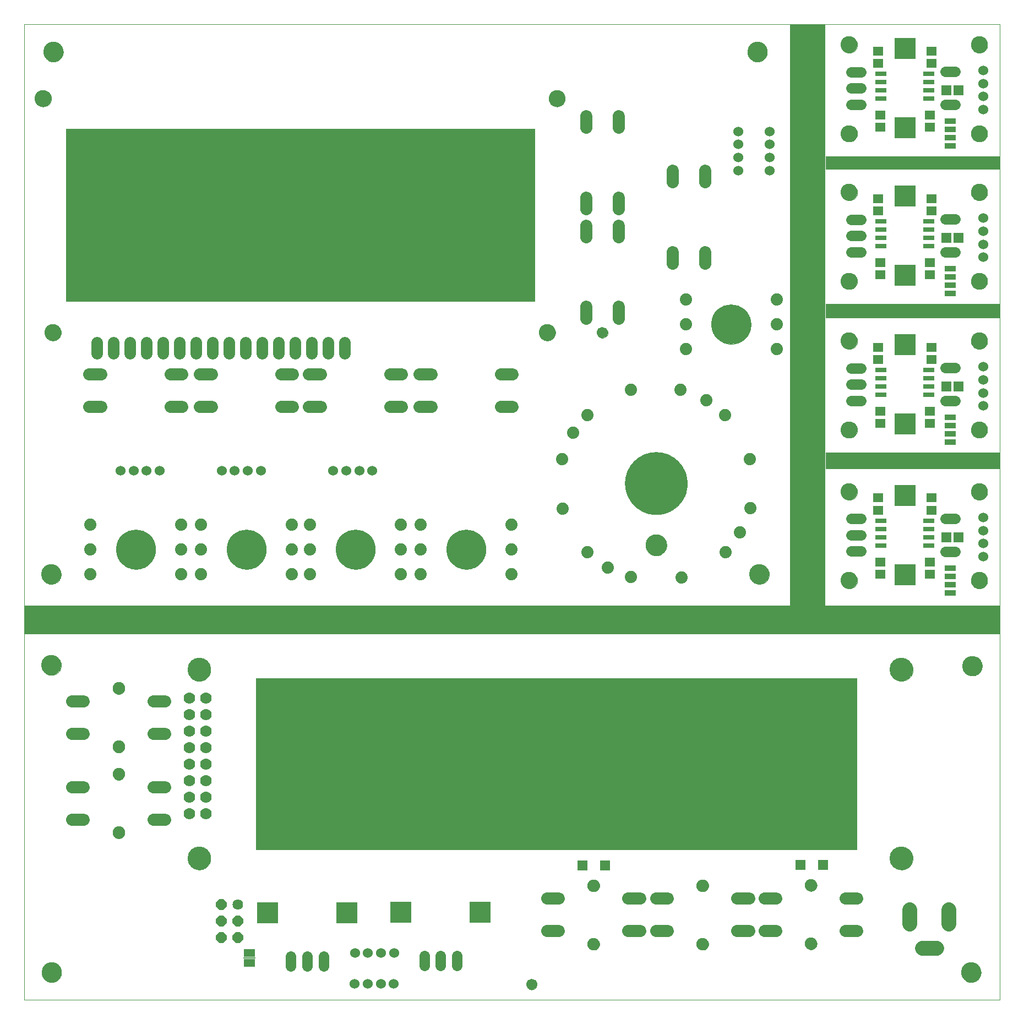
<source format=gts>
G75*
G70*
%OFA0B0*%
%FSLAX24Y24*%
%IPPOS*%
%LPD*%
%AMOC8*
5,1,8,0,0,1.08239X$1,22.5*
%
%ADD10C,0.0000*%
%ADD11R,5.9055X0.1750*%
%ADD12R,0.2125X3.5250*%
%ADD13R,1.0562X0.1000*%
%ADD14R,1.0562X0.0813*%
%ADD15R,1.0562X0.0875*%
%ADD16C,0.0700*%
%ADD17C,0.1024*%
%ADD18R,2.8438X1.0500*%
%ADD19C,0.1221*%
%ADD20C,0.0745*%
%ADD21C,0.0740*%
%ADD22C,0.2402*%
%ADD23C,0.1300*%
%ADD24C,0.3790*%
%ADD25C,0.0600*%
%ADD26C,0.0670*%
%ADD27C,0.0634*%
%ADD28R,0.1306X0.1306*%
%ADD29R,0.0631X0.0552*%
%ADD30C,0.0005*%
%ADD31R,0.0650X0.0250*%
%ADD32R,0.0700X0.0360*%
%ADD33R,0.0631X0.0631*%
%ADD34C,0.0700*%
%ADD35C,0.1418*%
%ADD36R,3.6437X1.0438*%
%ADD37R,0.0670X0.0500*%
%ADD38R,0.0720X0.0060*%
%ADD39C,0.0750*%
%ADD40C,0.0640*%
%ADD41OC8,0.0640*%
%ADD42C,0.0900*%
D10*
X001467Y000180D02*
X060522Y000180D01*
X060522Y059235D01*
X001467Y059235D01*
X001467Y000180D01*
X002517Y001821D02*
X002519Y001869D01*
X002525Y001917D01*
X002535Y001964D01*
X002548Y002010D01*
X002566Y002055D01*
X002586Y002099D01*
X002611Y002141D01*
X002639Y002180D01*
X002669Y002217D01*
X002703Y002251D01*
X002740Y002283D01*
X002778Y002312D01*
X002819Y002337D01*
X002862Y002359D01*
X002907Y002377D01*
X002953Y002391D01*
X003000Y002402D01*
X003048Y002409D01*
X003096Y002412D01*
X003144Y002411D01*
X003192Y002406D01*
X003240Y002397D01*
X003286Y002385D01*
X003331Y002368D01*
X003375Y002348D01*
X003417Y002325D01*
X003457Y002298D01*
X003495Y002268D01*
X003530Y002235D01*
X003562Y002199D01*
X003592Y002161D01*
X003618Y002120D01*
X003640Y002077D01*
X003660Y002033D01*
X003675Y001988D01*
X003687Y001941D01*
X003695Y001893D01*
X003699Y001845D01*
X003699Y001797D01*
X003695Y001749D01*
X003687Y001701D01*
X003675Y001654D01*
X003660Y001609D01*
X003640Y001565D01*
X003618Y001522D01*
X003592Y001481D01*
X003562Y001443D01*
X003530Y001407D01*
X003495Y001374D01*
X003457Y001344D01*
X003417Y001317D01*
X003375Y001294D01*
X003331Y001274D01*
X003286Y001257D01*
X003240Y001245D01*
X003192Y001236D01*
X003144Y001231D01*
X003096Y001230D01*
X003048Y001233D01*
X003000Y001240D01*
X002953Y001251D01*
X002907Y001265D01*
X002862Y001283D01*
X002819Y001305D01*
X002778Y001330D01*
X002740Y001359D01*
X002703Y001391D01*
X002669Y001425D01*
X002639Y001462D01*
X002611Y001501D01*
X002586Y001543D01*
X002566Y001587D01*
X002548Y001632D01*
X002535Y001678D01*
X002525Y001725D01*
X002519Y001773D01*
X002517Y001821D01*
X006820Y010293D02*
X006822Y010330D01*
X006828Y010367D01*
X006837Y010403D01*
X006851Y010437D01*
X006868Y010470D01*
X006888Y010502D01*
X006911Y010531D01*
X006937Y010557D01*
X006966Y010580D01*
X006997Y010600D01*
X007031Y010617D01*
X007065Y010631D01*
X007101Y010640D01*
X007138Y010646D01*
X007175Y010648D01*
X007212Y010646D01*
X007249Y010640D01*
X007285Y010631D01*
X007319Y010617D01*
X007352Y010600D01*
X007384Y010580D01*
X007413Y010557D01*
X007439Y010531D01*
X007462Y010502D01*
X007482Y010471D01*
X007499Y010437D01*
X007513Y010403D01*
X007522Y010367D01*
X007528Y010330D01*
X007530Y010293D01*
X007528Y010256D01*
X007522Y010219D01*
X007513Y010183D01*
X007499Y010149D01*
X007482Y010116D01*
X007462Y010084D01*
X007439Y010055D01*
X007413Y010029D01*
X007384Y010006D01*
X007353Y009986D01*
X007319Y009969D01*
X007285Y009955D01*
X007249Y009946D01*
X007212Y009940D01*
X007175Y009938D01*
X007138Y009940D01*
X007101Y009946D01*
X007065Y009955D01*
X007031Y009969D01*
X006998Y009986D01*
X006966Y010006D01*
X006937Y010029D01*
X006911Y010055D01*
X006888Y010084D01*
X006868Y010115D01*
X006851Y010149D01*
X006837Y010183D01*
X006828Y010219D01*
X006822Y010256D01*
X006820Y010293D01*
X006820Y013833D02*
X006822Y013870D01*
X006828Y013907D01*
X006837Y013943D01*
X006851Y013977D01*
X006868Y014010D01*
X006888Y014042D01*
X006911Y014071D01*
X006937Y014097D01*
X006966Y014120D01*
X006997Y014140D01*
X007031Y014157D01*
X007065Y014171D01*
X007101Y014180D01*
X007138Y014186D01*
X007175Y014188D01*
X007212Y014186D01*
X007249Y014180D01*
X007285Y014171D01*
X007319Y014157D01*
X007352Y014140D01*
X007384Y014120D01*
X007413Y014097D01*
X007439Y014071D01*
X007462Y014042D01*
X007482Y014011D01*
X007499Y013977D01*
X007513Y013943D01*
X007522Y013907D01*
X007528Y013870D01*
X007530Y013833D01*
X007528Y013796D01*
X007522Y013759D01*
X007513Y013723D01*
X007499Y013689D01*
X007482Y013656D01*
X007462Y013624D01*
X007439Y013595D01*
X007413Y013569D01*
X007384Y013546D01*
X007353Y013526D01*
X007319Y013509D01*
X007285Y013495D01*
X007249Y013486D01*
X007212Y013480D01*
X007175Y013478D01*
X007138Y013480D01*
X007101Y013486D01*
X007065Y013495D01*
X007031Y013509D01*
X006998Y013526D01*
X006966Y013546D01*
X006937Y013569D01*
X006911Y013595D01*
X006888Y013624D01*
X006868Y013655D01*
X006851Y013689D01*
X006837Y013723D01*
X006828Y013759D01*
X006822Y013796D01*
X006820Y013833D01*
X006820Y015488D02*
X006822Y015525D01*
X006828Y015562D01*
X006837Y015598D01*
X006851Y015632D01*
X006868Y015665D01*
X006888Y015697D01*
X006911Y015726D01*
X006937Y015752D01*
X006966Y015775D01*
X006997Y015795D01*
X007031Y015812D01*
X007065Y015826D01*
X007101Y015835D01*
X007138Y015841D01*
X007175Y015843D01*
X007212Y015841D01*
X007249Y015835D01*
X007285Y015826D01*
X007319Y015812D01*
X007352Y015795D01*
X007384Y015775D01*
X007413Y015752D01*
X007439Y015726D01*
X007462Y015697D01*
X007482Y015666D01*
X007499Y015632D01*
X007513Y015598D01*
X007522Y015562D01*
X007528Y015525D01*
X007530Y015488D01*
X007528Y015451D01*
X007522Y015414D01*
X007513Y015378D01*
X007499Y015344D01*
X007482Y015311D01*
X007462Y015279D01*
X007439Y015250D01*
X007413Y015224D01*
X007384Y015201D01*
X007353Y015181D01*
X007319Y015164D01*
X007285Y015150D01*
X007249Y015141D01*
X007212Y015135D01*
X007175Y015133D01*
X007138Y015135D01*
X007101Y015141D01*
X007065Y015150D01*
X007031Y015164D01*
X006998Y015181D01*
X006966Y015201D01*
X006937Y015224D01*
X006911Y015250D01*
X006888Y015279D01*
X006868Y015310D01*
X006851Y015344D01*
X006837Y015378D01*
X006828Y015414D01*
X006822Y015451D01*
X006820Y015488D01*
X006820Y019028D02*
X006822Y019065D01*
X006828Y019102D01*
X006837Y019138D01*
X006851Y019172D01*
X006868Y019205D01*
X006888Y019237D01*
X006911Y019266D01*
X006937Y019292D01*
X006966Y019315D01*
X006997Y019335D01*
X007031Y019352D01*
X007065Y019366D01*
X007101Y019375D01*
X007138Y019381D01*
X007175Y019383D01*
X007212Y019381D01*
X007249Y019375D01*
X007285Y019366D01*
X007319Y019352D01*
X007352Y019335D01*
X007384Y019315D01*
X007413Y019292D01*
X007439Y019266D01*
X007462Y019237D01*
X007482Y019206D01*
X007499Y019172D01*
X007513Y019138D01*
X007522Y019102D01*
X007528Y019065D01*
X007530Y019028D01*
X007528Y018991D01*
X007522Y018954D01*
X007513Y018918D01*
X007499Y018884D01*
X007482Y018851D01*
X007462Y018819D01*
X007439Y018790D01*
X007413Y018764D01*
X007384Y018741D01*
X007353Y018721D01*
X007319Y018704D01*
X007285Y018690D01*
X007249Y018681D01*
X007212Y018675D01*
X007175Y018673D01*
X007138Y018675D01*
X007101Y018681D01*
X007065Y018690D01*
X007031Y018704D01*
X006998Y018721D01*
X006966Y018741D01*
X006937Y018764D01*
X006911Y018790D01*
X006888Y018819D01*
X006868Y018850D01*
X006851Y018884D01*
X006837Y018918D01*
X006828Y018954D01*
X006822Y018991D01*
X006820Y019028D01*
X002507Y020423D02*
X002509Y020471D01*
X002515Y020519D01*
X002525Y020566D01*
X002538Y020612D01*
X002556Y020657D01*
X002576Y020701D01*
X002601Y020743D01*
X002629Y020782D01*
X002659Y020819D01*
X002693Y020853D01*
X002730Y020885D01*
X002768Y020914D01*
X002809Y020939D01*
X002852Y020961D01*
X002897Y020979D01*
X002943Y020993D01*
X002990Y021004D01*
X003038Y021011D01*
X003086Y021014D01*
X003134Y021013D01*
X003182Y021008D01*
X003230Y020999D01*
X003276Y020987D01*
X003321Y020970D01*
X003365Y020950D01*
X003407Y020927D01*
X003447Y020900D01*
X003485Y020870D01*
X003520Y020837D01*
X003552Y020801D01*
X003582Y020763D01*
X003608Y020722D01*
X003630Y020679D01*
X003650Y020635D01*
X003665Y020590D01*
X003677Y020543D01*
X003685Y020495D01*
X003689Y020447D01*
X003689Y020399D01*
X003685Y020351D01*
X003677Y020303D01*
X003665Y020256D01*
X003650Y020211D01*
X003630Y020167D01*
X003608Y020124D01*
X003582Y020083D01*
X003552Y020045D01*
X003520Y020009D01*
X003485Y019976D01*
X003447Y019946D01*
X003407Y019919D01*
X003365Y019896D01*
X003321Y019876D01*
X003276Y019859D01*
X003230Y019847D01*
X003182Y019838D01*
X003134Y019833D01*
X003086Y019832D01*
X003038Y019835D01*
X002990Y019842D01*
X002943Y019853D01*
X002897Y019867D01*
X002852Y019885D01*
X002809Y019907D01*
X002768Y019932D01*
X002730Y019961D01*
X002693Y019993D01*
X002659Y020027D01*
X002629Y020064D01*
X002601Y020103D01*
X002576Y020145D01*
X002556Y020189D01*
X002538Y020234D01*
X002525Y020280D01*
X002515Y020327D01*
X002509Y020375D01*
X002507Y020423D01*
X001467Y024305D02*
X001467Y059174D01*
X002626Y057555D02*
X002628Y057603D01*
X002634Y057651D01*
X002644Y057698D01*
X002657Y057744D01*
X002675Y057789D01*
X002695Y057833D01*
X002720Y057875D01*
X002748Y057914D01*
X002778Y057951D01*
X002812Y057985D01*
X002849Y058017D01*
X002887Y058046D01*
X002928Y058071D01*
X002971Y058093D01*
X003016Y058111D01*
X003062Y058125D01*
X003109Y058136D01*
X003157Y058143D01*
X003205Y058146D01*
X003253Y058145D01*
X003301Y058140D01*
X003349Y058131D01*
X003395Y058119D01*
X003440Y058102D01*
X003484Y058082D01*
X003526Y058059D01*
X003566Y058032D01*
X003604Y058002D01*
X003639Y057969D01*
X003671Y057933D01*
X003701Y057895D01*
X003727Y057854D01*
X003749Y057811D01*
X003769Y057767D01*
X003784Y057722D01*
X003796Y057675D01*
X003804Y057627D01*
X003808Y057579D01*
X003808Y057531D01*
X003804Y057483D01*
X003796Y057435D01*
X003784Y057388D01*
X003769Y057343D01*
X003749Y057299D01*
X003727Y057256D01*
X003701Y057215D01*
X003671Y057177D01*
X003639Y057141D01*
X003604Y057108D01*
X003566Y057078D01*
X003526Y057051D01*
X003484Y057028D01*
X003440Y057008D01*
X003395Y056991D01*
X003349Y056979D01*
X003301Y056970D01*
X003253Y056965D01*
X003205Y056964D01*
X003157Y056967D01*
X003109Y056974D01*
X003062Y056985D01*
X003016Y056999D01*
X002971Y057017D01*
X002928Y057039D01*
X002887Y057064D01*
X002849Y057093D01*
X002812Y057125D01*
X002778Y057159D01*
X002748Y057196D01*
X002720Y057235D01*
X002695Y057277D01*
X002675Y057321D01*
X002657Y057366D01*
X002644Y057412D01*
X002634Y057459D01*
X002628Y057507D01*
X002626Y057555D01*
X002114Y054742D02*
X002116Y054786D01*
X002122Y054830D01*
X002132Y054873D01*
X002145Y054915D01*
X002163Y054955D01*
X002184Y054994D01*
X002208Y055031D01*
X002235Y055066D01*
X002266Y055098D01*
X002299Y055127D01*
X002335Y055153D01*
X002373Y055175D01*
X002413Y055194D01*
X002454Y055210D01*
X002497Y055222D01*
X002540Y055230D01*
X002584Y055234D01*
X002628Y055234D01*
X002672Y055230D01*
X002715Y055222D01*
X002758Y055210D01*
X002799Y055194D01*
X002839Y055175D01*
X002877Y055153D01*
X002913Y055127D01*
X002946Y055098D01*
X002977Y055066D01*
X003004Y055031D01*
X003028Y054994D01*
X003049Y054955D01*
X003067Y054915D01*
X003080Y054873D01*
X003090Y054830D01*
X003096Y054786D01*
X003098Y054742D01*
X003096Y054698D01*
X003090Y054654D01*
X003080Y054611D01*
X003067Y054569D01*
X003049Y054529D01*
X003028Y054490D01*
X003004Y054453D01*
X002977Y054418D01*
X002946Y054386D01*
X002913Y054357D01*
X002877Y054331D01*
X002839Y054309D01*
X002799Y054290D01*
X002758Y054274D01*
X002715Y054262D01*
X002672Y054254D01*
X002628Y054250D01*
X002584Y054250D01*
X002540Y054254D01*
X002497Y054262D01*
X002454Y054274D01*
X002413Y054290D01*
X002373Y054309D01*
X002335Y054331D01*
X002299Y054357D01*
X002266Y054386D01*
X002235Y054418D01*
X002208Y054453D01*
X002184Y054490D01*
X002163Y054529D01*
X002145Y054569D01*
X002132Y054611D01*
X002122Y054654D01*
X002116Y054698D01*
X002114Y054742D01*
X002705Y040568D02*
X002707Y040612D01*
X002713Y040656D01*
X002723Y040699D01*
X002736Y040741D01*
X002754Y040781D01*
X002775Y040820D01*
X002799Y040857D01*
X002826Y040892D01*
X002857Y040924D01*
X002890Y040953D01*
X002926Y040979D01*
X002964Y041001D01*
X003004Y041020D01*
X003045Y041036D01*
X003088Y041048D01*
X003131Y041056D01*
X003175Y041060D01*
X003219Y041060D01*
X003263Y041056D01*
X003306Y041048D01*
X003349Y041036D01*
X003390Y041020D01*
X003430Y041001D01*
X003468Y040979D01*
X003504Y040953D01*
X003537Y040924D01*
X003568Y040892D01*
X003595Y040857D01*
X003619Y040820D01*
X003640Y040781D01*
X003658Y040741D01*
X003671Y040699D01*
X003681Y040656D01*
X003687Y040612D01*
X003689Y040568D01*
X003687Y040524D01*
X003681Y040480D01*
X003671Y040437D01*
X003658Y040395D01*
X003640Y040355D01*
X003619Y040316D01*
X003595Y040279D01*
X003568Y040244D01*
X003537Y040212D01*
X003504Y040183D01*
X003468Y040157D01*
X003430Y040135D01*
X003390Y040116D01*
X003349Y040100D01*
X003306Y040088D01*
X003263Y040080D01*
X003219Y040076D01*
X003175Y040076D01*
X003131Y040080D01*
X003088Y040088D01*
X003045Y040100D01*
X003004Y040116D01*
X002964Y040135D01*
X002926Y040157D01*
X002890Y040183D01*
X002857Y040212D01*
X002826Y040244D01*
X002799Y040279D01*
X002775Y040316D01*
X002754Y040355D01*
X002736Y040395D01*
X002723Y040437D01*
X002713Y040480D01*
X002707Y040524D01*
X002705Y040568D01*
X007036Y027430D02*
X007038Y027499D01*
X007044Y027567D01*
X007054Y027635D01*
X007068Y027702D01*
X007086Y027769D01*
X007107Y027834D01*
X007133Y027898D01*
X007162Y027960D01*
X007194Y028020D01*
X007230Y028079D01*
X007270Y028135D01*
X007312Y028189D01*
X007358Y028240D01*
X007407Y028289D01*
X007458Y028335D01*
X007512Y028377D01*
X007568Y028417D01*
X007626Y028453D01*
X007687Y028485D01*
X007749Y028514D01*
X007813Y028540D01*
X007878Y028561D01*
X007945Y028579D01*
X008012Y028593D01*
X008080Y028603D01*
X008148Y028609D01*
X008217Y028611D01*
X008286Y028609D01*
X008354Y028603D01*
X008422Y028593D01*
X008489Y028579D01*
X008556Y028561D01*
X008621Y028540D01*
X008685Y028514D01*
X008747Y028485D01*
X008807Y028453D01*
X008866Y028417D01*
X008922Y028377D01*
X008976Y028335D01*
X009027Y028289D01*
X009076Y028240D01*
X009122Y028189D01*
X009164Y028135D01*
X009204Y028079D01*
X009240Y028020D01*
X009272Y027960D01*
X009301Y027898D01*
X009327Y027834D01*
X009348Y027769D01*
X009366Y027702D01*
X009380Y027635D01*
X009390Y027567D01*
X009396Y027499D01*
X009398Y027430D01*
X009396Y027361D01*
X009390Y027293D01*
X009380Y027225D01*
X009366Y027158D01*
X009348Y027091D01*
X009327Y027026D01*
X009301Y026962D01*
X009272Y026900D01*
X009240Y026839D01*
X009204Y026781D01*
X009164Y026725D01*
X009122Y026671D01*
X009076Y026620D01*
X009027Y026571D01*
X008976Y026525D01*
X008922Y026483D01*
X008866Y026443D01*
X008808Y026407D01*
X008747Y026375D01*
X008685Y026346D01*
X008621Y026320D01*
X008556Y026299D01*
X008489Y026281D01*
X008422Y026267D01*
X008354Y026257D01*
X008286Y026251D01*
X008217Y026249D01*
X008148Y026251D01*
X008080Y026257D01*
X008012Y026267D01*
X007945Y026281D01*
X007878Y026299D01*
X007813Y026320D01*
X007749Y026346D01*
X007687Y026375D01*
X007626Y026407D01*
X007568Y026443D01*
X007512Y026483D01*
X007458Y026525D01*
X007407Y026571D01*
X007358Y026620D01*
X007312Y026671D01*
X007270Y026725D01*
X007230Y026781D01*
X007194Y026839D01*
X007162Y026900D01*
X007133Y026962D01*
X007107Y027026D01*
X007086Y027091D01*
X007068Y027158D01*
X007054Y027225D01*
X007044Y027293D01*
X007038Y027361D01*
X007036Y027430D01*
X002501Y025930D02*
X002503Y025978D01*
X002509Y026026D01*
X002519Y026073D01*
X002532Y026119D01*
X002550Y026164D01*
X002570Y026208D01*
X002595Y026250D01*
X002623Y026289D01*
X002653Y026326D01*
X002687Y026360D01*
X002724Y026392D01*
X002762Y026421D01*
X002803Y026446D01*
X002846Y026468D01*
X002891Y026486D01*
X002937Y026500D01*
X002984Y026511D01*
X003032Y026518D01*
X003080Y026521D01*
X003128Y026520D01*
X003176Y026515D01*
X003224Y026506D01*
X003270Y026494D01*
X003315Y026477D01*
X003359Y026457D01*
X003401Y026434D01*
X003441Y026407D01*
X003479Y026377D01*
X003514Y026344D01*
X003546Y026308D01*
X003576Y026270D01*
X003602Y026229D01*
X003624Y026186D01*
X003644Y026142D01*
X003659Y026097D01*
X003671Y026050D01*
X003679Y026002D01*
X003683Y025954D01*
X003683Y025906D01*
X003679Y025858D01*
X003671Y025810D01*
X003659Y025763D01*
X003644Y025718D01*
X003624Y025674D01*
X003602Y025631D01*
X003576Y025590D01*
X003546Y025552D01*
X003514Y025516D01*
X003479Y025483D01*
X003441Y025453D01*
X003401Y025426D01*
X003359Y025403D01*
X003315Y025383D01*
X003270Y025366D01*
X003224Y025354D01*
X003176Y025345D01*
X003128Y025340D01*
X003080Y025339D01*
X003032Y025342D01*
X002984Y025349D01*
X002937Y025360D01*
X002891Y025374D01*
X002846Y025392D01*
X002803Y025414D01*
X002762Y025439D01*
X002724Y025468D01*
X002687Y025500D01*
X002653Y025534D01*
X002623Y025571D01*
X002595Y025610D01*
X002570Y025652D01*
X002550Y025696D01*
X002532Y025741D01*
X002519Y025787D01*
X002509Y025834D01*
X002503Y025882D01*
X002501Y025930D01*
X011361Y020155D02*
X011363Y020207D01*
X011369Y020259D01*
X011379Y020310D01*
X011392Y020360D01*
X011410Y020410D01*
X011431Y020457D01*
X011455Y020503D01*
X011484Y020547D01*
X011515Y020589D01*
X011549Y020628D01*
X011586Y020665D01*
X011626Y020698D01*
X011669Y020729D01*
X011713Y020756D01*
X011759Y020780D01*
X011808Y020800D01*
X011857Y020816D01*
X011908Y020829D01*
X011959Y020838D01*
X012011Y020843D01*
X012063Y020844D01*
X012115Y020841D01*
X012167Y020834D01*
X012218Y020823D01*
X012268Y020809D01*
X012317Y020790D01*
X012364Y020768D01*
X012409Y020743D01*
X012453Y020714D01*
X012494Y020682D01*
X012533Y020647D01*
X012568Y020609D01*
X012601Y020568D01*
X012631Y020526D01*
X012657Y020481D01*
X012680Y020434D01*
X012699Y020385D01*
X012715Y020335D01*
X012727Y020285D01*
X012735Y020233D01*
X012739Y020181D01*
X012739Y020129D01*
X012735Y020077D01*
X012727Y020025D01*
X012715Y019975D01*
X012699Y019925D01*
X012680Y019876D01*
X012657Y019829D01*
X012631Y019784D01*
X012601Y019742D01*
X012568Y019701D01*
X012533Y019663D01*
X012494Y019628D01*
X012453Y019596D01*
X012409Y019567D01*
X012364Y019542D01*
X012317Y019520D01*
X012268Y019501D01*
X012218Y019487D01*
X012167Y019476D01*
X012115Y019469D01*
X012063Y019466D01*
X012011Y019467D01*
X011959Y019472D01*
X011908Y019481D01*
X011857Y019494D01*
X011808Y019510D01*
X011759Y019530D01*
X011713Y019554D01*
X011669Y019581D01*
X011626Y019612D01*
X011586Y019645D01*
X011549Y019682D01*
X011515Y019721D01*
X011484Y019763D01*
X011455Y019807D01*
X011431Y019853D01*
X011410Y019900D01*
X011392Y019950D01*
X011379Y020000D01*
X011369Y020051D01*
X011363Y020103D01*
X011361Y020155D01*
X013736Y027430D02*
X013738Y027499D01*
X013744Y027567D01*
X013754Y027635D01*
X013768Y027702D01*
X013786Y027769D01*
X013807Y027834D01*
X013833Y027898D01*
X013862Y027960D01*
X013894Y028020D01*
X013930Y028079D01*
X013970Y028135D01*
X014012Y028189D01*
X014058Y028240D01*
X014107Y028289D01*
X014158Y028335D01*
X014212Y028377D01*
X014268Y028417D01*
X014326Y028453D01*
X014387Y028485D01*
X014449Y028514D01*
X014513Y028540D01*
X014578Y028561D01*
X014645Y028579D01*
X014712Y028593D01*
X014780Y028603D01*
X014848Y028609D01*
X014917Y028611D01*
X014986Y028609D01*
X015054Y028603D01*
X015122Y028593D01*
X015189Y028579D01*
X015256Y028561D01*
X015321Y028540D01*
X015385Y028514D01*
X015447Y028485D01*
X015507Y028453D01*
X015566Y028417D01*
X015622Y028377D01*
X015676Y028335D01*
X015727Y028289D01*
X015776Y028240D01*
X015822Y028189D01*
X015864Y028135D01*
X015904Y028079D01*
X015940Y028020D01*
X015972Y027960D01*
X016001Y027898D01*
X016027Y027834D01*
X016048Y027769D01*
X016066Y027702D01*
X016080Y027635D01*
X016090Y027567D01*
X016096Y027499D01*
X016098Y027430D01*
X016096Y027361D01*
X016090Y027293D01*
X016080Y027225D01*
X016066Y027158D01*
X016048Y027091D01*
X016027Y027026D01*
X016001Y026962D01*
X015972Y026900D01*
X015940Y026839D01*
X015904Y026781D01*
X015864Y026725D01*
X015822Y026671D01*
X015776Y026620D01*
X015727Y026571D01*
X015676Y026525D01*
X015622Y026483D01*
X015566Y026443D01*
X015508Y026407D01*
X015447Y026375D01*
X015385Y026346D01*
X015321Y026320D01*
X015256Y026299D01*
X015189Y026281D01*
X015122Y026267D01*
X015054Y026257D01*
X014986Y026251D01*
X014917Y026249D01*
X014848Y026251D01*
X014780Y026257D01*
X014712Y026267D01*
X014645Y026281D01*
X014578Y026299D01*
X014513Y026320D01*
X014449Y026346D01*
X014387Y026375D01*
X014326Y026407D01*
X014268Y026443D01*
X014212Y026483D01*
X014158Y026525D01*
X014107Y026571D01*
X014058Y026620D01*
X014012Y026671D01*
X013970Y026725D01*
X013930Y026781D01*
X013894Y026839D01*
X013862Y026900D01*
X013833Y026962D01*
X013807Y027026D01*
X013786Y027091D01*
X013768Y027158D01*
X013754Y027225D01*
X013744Y027293D01*
X013738Y027361D01*
X013736Y027430D01*
X020336Y027430D02*
X020338Y027499D01*
X020344Y027567D01*
X020354Y027635D01*
X020368Y027702D01*
X020386Y027769D01*
X020407Y027834D01*
X020433Y027898D01*
X020462Y027960D01*
X020494Y028020D01*
X020530Y028079D01*
X020570Y028135D01*
X020612Y028189D01*
X020658Y028240D01*
X020707Y028289D01*
X020758Y028335D01*
X020812Y028377D01*
X020868Y028417D01*
X020926Y028453D01*
X020987Y028485D01*
X021049Y028514D01*
X021113Y028540D01*
X021178Y028561D01*
X021245Y028579D01*
X021312Y028593D01*
X021380Y028603D01*
X021448Y028609D01*
X021517Y028611D01*
X021586Y028609D01*
X021654Y028603D01*
X021722Y028593D01*
X021789Y028579D01*
X021856Y028561D01*
X021921Y028540D01*
X021985Y028514D01*
X022047Y028485D01*
X022107Y028453D01*
X022166Y028417D01*
X022222Y028377D01*
X022276Y028335D01*
X022327Y028289D01*
X022376Y028240D01*
X022422Y028189D01*
X022464Y028135D01*
X022504Y028079D01*
X022540Y028020D01*
X022572Y027960D01*
X022601Y027898D01*
X022627Y027834D01*
X022648Y027769D01*
X022666Y027702D01*
X022680Y027635D01*
X022690Y027567D01*
X022696Y027499D01*
X022698Y027430D01*
X022696Y027361D01*
X022690Y027293D01*
X022680Y027225D01*
X022666Y027158D01*
X022648Y027091D01*
X022627Y027026D01*
X022601Y026962D01*
X022572Y026900D01*
X022540Y026839D01*
X022504Y026781D01*
X022464Y026725D01*
X022422Y026671D01*
X022376Y026620D01*
X022327Y026571D01*
X022276Y026525D01*
X022222Y026483D01*
X022166Y026443D01*
X022108Y026407D01*
X022047Y026375D01*
X021985Y026346D01*
X021921Y026320D01*
X021856Y026299D01*
X021789Y026281D01*
X021722Y026267D01*
X021654Y026257D01*
X021586Y026251D01*
X021517Y026249D01*
X021448Y026251D01*
X021380Y026257D01*
X021312Y026267D01*
X021245Y026281D01*
X021178Y026299D01*
X021113Y026320D01*
X021049Y026346D01*
X020987Y026375D01*
X020926Y026407D01*
X020868Y026443D01*
X020812Y026483D01*
X020758Y026525D01*
X020707Y026571D01*
X020658Y026620D01*
X020612Y026671D01*
X020570Y026725D01*
X020530Y026781D01*
X020494Y026839D01*
X020462Y026900D01*
X020433Y026962D01*
X020407Y027026D01*
X020386Y027091D01*
X020368Y027158D01*
X020354Y027225D01*
X020344Y027293D01*
X020338Y027361D01*
X020336Y027430D01*
X027036Y027430D02*
X027038Y027499D01*
X027044Y027567D01*
X027054Y027635D01*
X027068Y027702D01*
X027086Y027769D01*
X027107Y027834D01*
X027133Y027898D01*
X027162Y027960D01*
X027194Y028020D01*
X027230Y028079D01*
X027270Y028135D01*
X027312Y028189D01*
X027358Y028240D01*
X027407Y028289D01*
X027458Y028335D01*
X027512Y028377D01*
X027568Y028417D01*
X027626Y028453D01*
X027687Y028485D01*
X027749Y028514D01*
X027813Y028540D01*
X027878Y028561D01*
X027945Y028579D01*
X028012Y028593D01*
X028080Y028603D01*
X028148Y028609D01*
X028217Y028611D01*
X028286Y028609D01*
X028354Y028603D01*
X028422Y028593D01*
X028489Y028579D01*
X028556Y028561D01*
X028621Y028540D01*
X028685Y028514D01*
X028747Y028485D01*
X028807Y028453D01*
X028866Y028417D01*
X028922Y028377D01*
X028976Y028335D01*
X029027Y028289D01*
X029076Y028240D01*
X029122Y028189D01*
X029164Y028135D01*
X029204Y028079D01*
X029240Y028020D01*
X029272Y027960D01*
X029301Y027898D01*
X029327Y027834D01*
X029348Y027769D01*
X029366Y027702D01*
X029380Y027635D01*
X029390Y027567D01*
X029396Y027499D01*
X029398Y027430D01*
X029396Y027361D01*
X029390Y027293D01*
X029380Y027225D01*
X029366Y027158D01*
X029348Y027091D01*
X029327Y027026D01*
X029301Y026962D01*
X029272Y026900D01*
X029240Y026839D01*
X029204Y026781D01*
X029164Y026725D01*
X029122Y026671D01*
X029076Y026620D01*
X029027Y026571D01*
X028976Y026525D01*
X028922Y026483D01*
X028866Y026443D01*
X028808Y026407D01*
X028747Y026375D01*
X028685Y026346D01*
X028621Y026320D01*
X028556Y026299D01*
X028489Y026281D01*
X028422Y026267D01*
X028354Y026257D01*
X028286Y026251D01*
X028217Y026249D01*
X028148Y026251D01*
X028080Y026257D01*
X028012Y026267D01*
X027945Y026281D01*
X027878Y026299D01*
X027813Y026320D01*
X027749Y026346D01*
X027687Y026375D01*
X027626Y026407D01*
X027568Y026443D01*
X027512Y026483D01*
X027458Y026525D01*
X027407Y026571D01*
X027358Y026620D01*
X027312Y026671D01*
X027270Y026725D01*
X027230Y026781D01*
X027194Y026839D01*
X027162Y026900D01*
X027133Y026962D01*
X027107Y027026D01*
X027086Y027091D01*
X027068Y027158D01*
X027054Y027225D01*
X027044Y027293D01*
X027038Y027361D01*
X027036Y027430D01*
X039087Y027690D02*
X039089Y027740D01*
X039095Y027790D01*
X039105Y027839D01*
X039119Y027887D01*
X039136Y027934D01*
X039157Y027979D01*
X039182Y028023D01*
X039210Y028064D01*
X039242Y028103D01*
X039276Y028140D01*
X039313Y028174D01*
X039353Y028204D01*
X039395Y028231D01*
X039439Y028255D01*
X039485Y028276D01*
X039532Y028292D01*
X039580Y028305D01*
X039630Y028314D01*
X039679Y028319D01*
X039730Y028320D01*
X039780Y028317D01*
X039829Y028310D01*
X039878Y028299D01*
X039926Y028284D01*
X039972Y028266D01*
X040017Y028244D01*
X040060Y028218D01*
X040101Y028189D01*
X040140Y028157D01*
X040176Y028122D01*
X040208Y028084D01*
X040238Y028044D01*
X040265Y028001D01*
X040288Y027957D01*
X040307Y027911D01*
X040323Y027863D01*
X040335Y027814D01*
X040343Y027765D01*
X040347Y027715D01*
X040347Y027665D01*
X040343Y027615D01*
X040335Y027566D01*
X040323Y027517D01*
X040307Y027469D01*
X040288Y027423D01*
X040265Y027379D01*
X040238Y027336D01*
X040208Y027296D01*
X040176Y027258D01*
X040140Y027223D01*
X040101Y027191D01*
X040060Y027162D01*
X040017Y027136D01*
X039972Y027114D01*
X039926Y027096D01*
X039878Y027081D01*
X039829Y027070D01*
X039780Y027063D01*
X039730Y027060D01*
X039679Y027061D01*
X039630Y027066D01*
X039580Y027075D01*
X039532Y027088D01*
X039485Y027104D01*
X039439Y027125D01*
X039395Y027149D01*
X039353Y027176D01*
X039313Y027206D01*
X039276Y027240D01*
X039242Y027277D01*
X039210Y027316D01*
X039182Y027357D01*
X039157Y027401D01*
X039136Y027446D01*
X039119Y027493D01*
X039105Y027541D01*
X039095Y027590D01*
X039089Y027640D01*
X039087Y027690D01*
X037842Y031430D02*
X037844Y031522D01*
X037851Y031614D01*
X037862Y031705D01*
X037878Y031796D01*
X037898Y031886D01*
X037923Y031974D01*
X037952Y032062D01*
X037985Y032148D01*
X038022Y032232D01*
X038063Y032314D01*
X038109Y032394D01*
X038158Y032472D01*
X038211Y032547D01*
X038268Y032619D01*
X038328Y032689D01*
X038391Y032756D01*
X038458Y032819D01*
X038528Y032879D01*
X038600Y032936D01*
X038675Y032989D01*
X038753Y033038D01*
X038833Y033084D01*
X038915Y033125D01*
X038999Y033162D01*
X039085Y033195D01*
X039173Y033224D01*
X039261Y033249D01*
X039351Y033269D01*
X039442Y033285D01*
X039533Y033296D01*
X039625Y033303D01*
X039717Y033305D01*
X039809Y033303D01*
X039901Y033296D01*
X039992Y033285D01*
X040083Y033269D01*
X040173Y033249D01*
X040261Y033224D01*
X040349Y033195D01*
X040435Y033162D01*
X040519Y033125D01*
X040601Y033084D01*
X040681Y033038D01*
X040759Y032989D01*
X040834Y032936D01*
X040906Y032879D01*
X040976Y032819D01*
X041043Y032756D01*
X041106Y032689D01*
X041166Y032619D01*
X041223Y032547D01*
X041276Y032472D01*
X041325Y032394D01*
X041371Y032314D01*
X041412Y032232D01*
X041449Y032148D01*
X041482Y032062D01*
X041511Y031974D01*
X041536Y031886D01*
X041556Y031796D01*
X041572Y031705D01*
X041583Y031614D01*
X041590Y031522D01*
X041592Y031430D01*
X041590Y031338D01*
X041583Y031246D01*
X041572Y031155D01*
X041556Y031064D01*
X041536Y030974D01*
X041511Y030886D01*
X041482Y030798D01*
X041449Y030712D01*
X041412Y030628D01*
X041371Y030546D01*
X041325Y030466D01*
X041276Y030388D01*
X041223Y030313D01*
X041166Y030241D01*
X041106Y030171D01*
X041043Y030104D01*
X040976Y030041D01*
X040906Y029981D01*
X040834Y029924D01*
X040759Y029871D01*
X040681Y029822D01*
X040601Y029776D01*
X040519Y029735D01*
X040435Y029698D01*
X040349Y029665D01*
X040261Y029636D01*
X040173Y029611D01*
X040083Y029591D01*
X039992Y029575D01*
X039901Y029564D01*
X039809Y029557D01*
X039717Y029555D01*
X039625Y029557D01*
X039533Y029564D01*
X039442Y029575D01*
X039351Y029591D01*
X039261Y029611D01*
X039173Y029636D01*
X039085Y029665D01*
X038999Y029698D01*
X038915Y029735D01*
X038833Y029776D01*
X038753Y029822D01*
X038675Y029871D01*
X038600Y029924D01*
X038528Y029981D01*
X038458Y030041D01*
X038391Y030104D01*
X038328Y030171D01*
X038268Y030241D01*
X038211Y030313D01*
X038158Y030388D01*
X038109Y030466D01*
X038063Y030546D01*
X038022Y030628D01*
X037985Y030712D01*
X037952Y030798D01*
X037923Y030886D01*
X037898Y030974D01*
X037878Y031064D01*
X037862Y031155D01*
X037851Y031246D01*
X037844Y031338D01*
X037842Y031430D01*
X045376Y025930D02*
X045378Y025978D01*
X045384Y026026D01*
X045394Y026073D01*
X045407Y026119D01*
X045425Y026164D01*
X045445Y026208D01*
X045470Y026250D01*
X045498Y026289D01*
X045528Y026326D01*
X045562Y026360D01*
X045599Y026392D01*
X045637Y026421D01*
X045678Y026446D01*
X045721Y026468D01*
X045766Y026486D01*
X045812Y026500D01*
X045859Y026511D01*
X045907Y026518D01*
X045955Y026521D01*
X046003Y026520D01*
X046051Y026515D01*
X046099Y026506D01*
X046145Y026494D01*
X046190Y026477D01*
X046234Y026457D01*
X046276Y026434D01*
X046316Y026407D01*
X046354Y026377D01*
X046389Y026344D01*
X046421Y026308D01*
X046451Y026270D01*
X046477Y026229D01*
X046499Y026186D01*
X046519Y026142D01*
X046534Y026097D01*
X046546Y026050D01*
X046554Y026002D01*
X046558Y025954D01*
X046558Y025906D01*
X046554Y025858D01*
X046546Y025810D01*
X046534Y025763D01*
X046519Y025718D01*
X046499Y025674D01*
X046477Y025631D01*
X046451Y025590D01*
X046421Y025552D01*
X046389Y025516D01*
X046354Y025483D01*
X046316Y025453D01*
X046276Y025426D01*
X046234Y025403D01*
X046190Y025383D01*
X046145Y025366D01*
X046099Y025354D01*
X046051Y025345D01*
X046003Y025340D01*
X045955Y025339D01*
X045907Y025342D01*
X045859Y025349D01*
X045812Y025360D01*
X045766Y025374D01*
X045721Y025392D01*
X045678Y025414D01*
X045637Y025439D01*
X045599Y025468D01*
X045562Y025500D01*
X045528Y025534D01*
X045498Y025571D01*
X045470Y025610D01*
X045445Y025652D01*
X045425Y025696D01*
X045407Y025741D01*
X045394Y025787D01*
X045384Y025834D01*
X045378Y025882D01*
X045376Y025930D01*
X050913Y025555D02*
X050915Y025599D01*
X050921Y025643D01*
X050931Y025686D01*
X050944Y025728D01*
X050962Y025768D01*
X050983Y025807D01*
X051007Y025844D01*
X051034Y025879D01*
X051065Y025911D01*
X051098Y025940D01*
X051134Y025966D01*
X051172Y025988D01*
X051212Y026007D01*
X051253Y026023D01*
X051296Y026035D01*
X051339Y026043D01*
X051383Y026047D01*
X051427Y026047D01*
X051471Y026043D01*
X051514Y026035D01*
X051557Y026023D01*
X051598Y026007D01*
X051638Y025988D01*
X051676Y025966D01*
X051712Y025940D01*
X051745Y025911D01*
X051776Y025879D01*
X051803Y025844D01*
X051827Y025807D01*
X051848Y025768D01*
X051866Y025728D01*
X051879Y025686D01*
X051889Y025643D01*
X051895Y025599D01*
X051897Y025555D01*
X051895Y025511D01*
X051889Y025467D01*
X051879Y025424D01*
X051866Y025382D01*
X051848Y025342D01*
X051827Y025303D01*
X051803Y025266D01*
X051776Y025231D01*
X051745Y025199D01*
X051712Y025170D01*
X051676Y025144D01*
X051638Y025122D01*
X051598Y025103D01*
X051557Y025087D01*
X051514Y025075D01*
X051471Y025067D01*
X051427Y025063D01*
X051383Y025063D01*
X051339Y025067D01*
X051296Y025075D01*
X051253Y025087D01*
X051212Y025103D01*
X051172Y025122D01*
X051134Y025144D01*
X051098Y025170D01*
X051065Y025199D01*
X051034Y025231D01*
X051007Y025266D01*
X050983Y025303D01*
X050962Y025342D01*
X050944Y025382D01*
X050931Y025424D01*
X050921Y025467D01*
X050915Y025511D01*
X050913Y025555D01*
X050913Y030930D02*
X050915Y030974D01*
X050921Y031018D01*
X050931Y031061D01*
X050944Y031103D01*
X050962Y031143D01*
X050983Y031182D01*
X051007Y031219D01*
X051034Y031254D01*
X051065Y031286D01*
X051098Y031315D01*
X051134Y031341D01*
X051172Y031363D01*
X051212Y031382D01*
X051253Y031398D01*
X051296Y031410D01*
X051339Y031418D01*
X051383Y031422D01*
X051427Y031422D01*
X051471Y031418D01*
X051514Y031410D01*
X051557Y031398D01*
X051598Y031382D01*
X051638Y031363D01*
X051676Y031341D01*
X051712Y031315D01*
X051745Y031286D01*
X051776Y031254D01*
X051803Y031219D01*
X051827Y031182D01*
X051848Y031143D01*
X051866Y031103D01*
X051879Y031061D01*
X051889Y031018D01*
X051895Y030974D01*
X051897Y030930D01*
X051895Y030886D01*
X051889Y030842D01*
X051879Y030799D01*
X051866Y030757D01*
X051848Y030717D01*
X051827Y030678D01*
X051803Y030641D01*
X051776Y030606D01*
X051745Y030574D01*
X051712Y030545D01*
X051676Y030519D01*
X051638Y030497D01*
X051598Y030478D01*
X051557Y030462D01*
X051514Y030450D01*
X051471Y030442D01*
X051427Y030438D01*
X051383Y030438D01*
X051339Y030442D01*
X051296Y030450D01*
X051253Y030462D01*
X051212Y030478D01*
X051172Y030497D01*
X051134Y030519D01*
X051098Y030545D01*
X051065Y030574D01*
X051034Y030606D01*
X051007Y030641D01*
X050983Y030678D01*
X050962Y030717D01*
X050944Y030757D01*
X050931Y030799D01*
X050921Y030842D01*
X050915Y030886D01*
X050913Y030930D01*
X050913Y034680D02*
X050915Y034724D01*
X050921Y034768D01*
X050931Y034811D01*
X050944Y034853D01*
X050962Y034893D01*
X050983Y034932D01*
X051007Y034969D01*
X051034Y035004D01*
X051065Y035036D01*
X051098Y035065D01*
X051134Y035091D01*
X051172Y035113D01*
X051212Y035132D01*
X051253Y035148D01*
X051296Y035160D01*
X051339Y035168D01*
X051383Y035172D01*
X051427Y035172D01*
X051471Y035168D01*
X051514Y035160D01*
X051557Y035148D01*
X051598Y035132D01*
X051638Y035113D01*
X051676Y035091D01*
X051712Y035065D01*
X051745Y035036D01*
X051776Y035004D01*
X051803Y034969D01*
X051827Y034932D01*
X051848Y034893D01*
X051866Y034853D01*
X051879Y034811D01*
X051889Y034768D01*
X051895Y034724D01*
X051897Y034680D01*
X051895Y034636D01*
X051889Y034592D01*
X051879Y034549D01*
X051866Y034507D01*
X051848Y034467D01*
X051827Y034428D01*
X051803Y034391D01*
X051776Y034356D01*
X051745Y034324D01*
X051712Y034295D01*
X051676Y034269D01*
X051638Y034247D01*
X051598Y034228D01*
X051557Y034212D01*
X051514Y034200D01*
X051471Y034192D01*
X051427Y034188D01*
X051383Y034188D01*
X051339Y034192D01*
X051296Y034200D01*
X051253Y034212D01*
X051212Y034228D01*
X051172Y034247D01*
X051134Y034269D01*
X051098Y034295D01*
X051065Y034324D01*
X051034Y034356D01*
X051007Y034391D01*
X050983Y034428D01*
X050962Y034467D01*
X050944Y034507D01*
X050931Y034549D01*
X050921Y034592D01*
X050915Y034636D01*
X050913Y034680D01*
X050913Y040055D02*
X050915Y040099D01*
X050921Y040143D01*
X050931Y040186D01*
X050944Y040228D01*
X050962Y040268D01*
X050983Y040307D01*
X051007Y040344D01*
X051034Y040379D01*
X051065Y040411D01*
X051098Y040440D01*
X051134Y040466D01*
X051172Y040488D01*
X051212Y040507D01*
X051253Y040523D01*
X051296Y040535D01*
X051339Y040543D01*
X051383Y040547D01*
X051427Y040547D01*
X051471Y040543D01*
X051514Y040535D01*
X051557Y040523D01*
X051598Y040507D01*
X051638Y040488D01*
X051676Y040466D01*
X051712Y040440D01*
X051745Y040411D01*
X051776Y040379D01*
X051803Y040344D01*
X051827Y040307D01*
X051848Y040268D01*
X051866Y040228D01*
X051879Y040186D01*
X051889Y040143D01*
X051895Y040099D01*
X051897Y040055D01*
X051895Y040011D01*
X051889Y039967D01*
X051879Y039924D01*
X051866Y039882D01*
X051848Y039842D01*
X051827Y039803D01*
X051803Y039766D01*
X051776Y039731D01*
X051745Y039699D01*
X051712Y039670D01*
X051676Y039644D01*
X051638Y039622D01*
X051598Y039603D01*
X051557Y039587D01*
X051514Y039575D01*
X051471Y039567D01*
X051427Y039563D01*
X051383Y039563D01*
X051339Y039567D01*
X051296Y039575D01*
X051253Y039587D01*
X051212Y039603D01*
X051172Y039622D01*
X051134Y039644D01*
X051098Y039670D01*
X051065Y039699D01*
X051034Y039731D01*
X051007Y039766D01*
X050983Y039803D01*
X050962Y039842D01*
X050944Y039882D01*
X050931Y039924D01*
X050921Y039967D01*
X050915Y040011D01*
X050913Y040055D01*
X050913Y043680D02*
X050915Y043724D01*
X050921Y043768D01*
X050931Y043811D01*
X050944Y043853D01*
X050962Y043893D01*
X050983Y043932D01*
X051007Y043969D01*
X051034Y044004D01*
X051065Y044036D01*
X051098Y044065D01*
X051134Y044091D01*
X051172Y044113D01*
X051212Y044132D01*
X051253Y044148D01*
X051296Y044160D01*
X051339Y044168D01*
X051383Y044172D01*
X051427Y044172D01*
X051471Y044168D01*
X051514Y044160D01*
X051557Y044148D01*
X051598Y044132D01*
X051638Y044113D01*
X051676Y044091D01*
X051712Y044065D01*
X051745Y044036D01*
X051776Y044004D01*
X051803Y043969D01*
X051827Y043932D01*
X051848Y043893D01*
X051866Y043853D01*
X051879Y043811D01*
X051889Y043768D01*
X051895Y043724D01*
X051897Y043680D01*
X051895Y043636D01*
X051889Y043592D01*
X051879Y043549D01*
X051866Y043507D01*
X051848Y043467D01*
X051827Y043428D01*
X051803Y043391D01*
X051776Y043356D01*
X051745Y043324D01*
X051712Y043295D01*
X051676Y043269D01*
X051638Y043247D01*
X051598Y043228D01*
X051557Y043212D01*
X051514Y043200D01*
X051471Y043192D01*
X051427Y043188D01*
X051383Y043188D01*
X051339Y043192D01*
X051296Y043200D01*
X051253Y043212D01*
X051212Y043228D01*
X051172Y043247D01*
X051134Y043269D01*
X051098Y043295D01*
X051065Y043324D01*
X051034Y043356D01*
X051007Y043391D01*
X050983Y043428D01*
X050962Y043467D01*
X050944Y043507D01*
X050931Y043549D01*
X050921Y043592D01*
X050915Y043636D01*
X050913Y043680D01*
X050913Y049055D02*
X050915Y049099D01*
X050921Y049143D01*
X050931Y049186D01*
X050944Y049228D01*
X050962Y049268D01*
X050983Y049307D01*
X051007Y049344D01*
X051034Y049379D01*
X051065Y049411D01*
X051098Y049440D01*
X051134Y049466D01*
X051172Y049488D01*
X051212Y049507D01*
X051253Y049523D01*
X051296Y049535D01*
X051339Y049543D01*
X051383Y049547D01*
X051427Y049547D01*
X051471Y049543D01*
X051514Y049535D01*
X051557Y049523D01*
X051598Y049507D01*
X051638Y049488D01*
X051676Y049466D01*
X051712Y049440D01*
X051745Y049411D01*
X051776Y049379D01*
X051803Y049344D01*
X051827Y049307D01*
X051848Y049268D01*
X051866Y049228D01*
X051879Y049186D01*
X051889Y049143D01*
X051895Y049099D01*
X051897Y049055D01*
X051895Y049011D01*
X051889Y048967D01*
X051879Y048924D01*
X051866Y048882D01*
X051848Y048842D01*
X051827Y048803D01*
X051803Y048766D01*
X051776Y048731D01*
X051745Y048699D01*
X051712Y048670D01*
X051676Y048644D01*
X051638Y048622D01*
X051598Y048603D01*
X051557Y048587D01*
X051514Y048575D01*
X051471Y048567D01*
X051427Y048563D01*
X051383Y048563D01*
X051339Y048567D01*
X051296Y048575D01*
X051253Y048587D01*
X051212Y048603D01*
X051172Y048622D01*
X051134Y048644D01*
X051098Y048670D01*
X051065Y048699D01*
X051034Y048731D01*
X051007Y048766D01*
X050983Y048803D01*
X050962Y048842D01*
X050944Y048882D01*
X050931Y048924D01*
X050921Y048967D01*
X050915Y049011D01*
X050913Y049055D01*
X050913Y052618D02*
X050915Y052662D01*
X050921Y052706D01*
X050931Y052749D01*
X050944Y052791D01*
X050962Y052831D01*
X050983Y052870D01*
X051007Y052907D01*
X051034Y052942D01*
X051065Y052974D01*
X051098Y053003D01*
X051134Y053029D01*
X051172Y053051D01*
X051212Y053070D01*
X051253Y053086D01*
X051296Y053098D01*
X051339Y053106D01*
X051383Y053110D01*
X051427Y053110D01*
X051471Y053106D01*
X051514Y053098D01*
X051557Y053086D01*
X051598Y053070D01*
X051638Y053051D01*
X051676Y053029D01*
X051712Y053003D01*
X051745Y052974D01*
X051776Y052942D01*
X051803Y052907D01*
X051827Y052870D01*
X051848Y052831D01*
X051866Y052791D01*
X051879Y052749D01*
X051889Y052706D01*
X051895Y052662D01*
X051897Y052618D01*
X051895Y052574D01*
X051889Y052530D01*
X051879Y052487D01*
X051866Y052445D01*
X051848Y052405D01*
X051827Y052366D01*
X051803Y052329D01*
X051776Y052294D01*
X051745Y052262D01*
X051712Y052233D01*
X051676Y052207D01*
X051638Y052185D01*
X051598Y052166D01*
X051557Y052150D01*
X051514Y052138D01*
X051471Y052130D01*
X051427Y052126D01*
X051383Y052126D01*
X051339Y052130D01*
X051296Y052138D01*
X051253Y052150D01*
X051212Y052166D01*
X051172Y052185D01*
X051134Y052207D01*
X051098Y052233D01*
X051065Y052262D01*
X051034Y052294D01*
X051007Y052329D01*
X050983Y052366D01*
X050962Y052405D01*
X050944Y052445D01*
X050931Y052487D01*
X050921Y052530D01*
X050915Y052574D01*
X050913Y052618D01*
X045251Y057555D02*
X045253Y057603D01*
X045259Y057651D01*
X045269Y057698D01*
X045282Y057744D01*
X045300Y057789D01*
X045320Y057833D01*
X045345Y057875D01*
X045373Y057914D01*
X045403Y057951D01*
X045437Y057985D01*
X045474Y058017D01*
X045512Y058046D01*
X045553Y058071D01*
X045596Y058093D01*
X045641Y058111D01*
X045687Y058125D01*
X045734Y058136D01*
X045782Y058143D01*
X045830Y058146D01*
X045878Y058145D01*
X045926Y058140D01*
X045974Y058131D01*
X046020Y058119D01*
X046065Y058102D01*
X046109Y058082D01*
X046151Y058059D01*
X046191Y058032D01*
X046229Y058002D01*
X046264Y057969D01*
X046296Y057933D01*
X046326Y057895D01*
X046352Y057854D01*
X046374Y057811D01*
X046394Y057767D01*
X046409Y057722D01*
X046421Y057675D01*
X046429Y057627D01*
X046433Y057579D01*
X046433Y057531D01*
X046429Y057483D01*
X046421Y057435D01*
X046409Y057388D01*
X046394Y057343D01*
X046374Y057299D01*
X046352Y057256D01*
X046326Y057215D01*
X046296Y057177D01*
X046264Y057141D01*
X046229Y057108D01*
X046191Y057078D01*
X046151Y057051D01*
X046109Y057028D01*
X046065Y057008D01*
X046020Y056991D01*
X045974Y056979D01*
X045926Y056970D01*
X045878Y056965D01*
X045830Y056964D01*
X045782Y056967D01*
X045734Y056974D01*
X045687Y056985D01*
X045641Y056999D01*
X045596Y057017D01*
X045553Y057039D01*
X045512Y057064D01*
X045474Y057093D01*
X045437Y057125D01*
X045403Y057159D01*
X045373Y057196D01*
X045345Y057235D01*
X045320Y057277D01*
X045300Y057321D01*
X045282Y057366D01*
X045269Y057412D01*
X045259Y057459D01*
X045253Y057507D01*
X045251Y057555D01*
X050913Y057993D02*
X050915Y058037D01*
X050921Y058081D01*
X050931Y058124D01*
X050944Y058166D01*
X050962Y058206D01*
X050983Y058245D01*
X051007Y058282D01*
X051034Y058317D01*
X051065Y058349D01*
X051098Y058378D01*
X051134Y058404D01*
X051172Y058426D01*
X051212Y058445D01*
X051253Y058461D01*
X051296Y058473D01*
X051339Y058481D01*
X051383Y058485D01*
X051427Y058485D01*
X051471Y058481D01*
X051514Y058473D01*
X051557Y058461D01*
X051598Y058445D01*
X051638Y058426D01*
X051676Y058404D01*
X051712Y058378D01*
X051745Y058349D01*
X051776Y058317D01*
X051803Y058282D01*
X051827Y058245D01*
X051848Y058206D01*
X051866Y058166D01*
X051879Y058124D01*
X051889Y058081D01*
X051895Y058037D01*
X051897Y057993D01*
X051895Y057949D01*
X051889Y057905D01*
X051879Y057862D01*
X051866Y057820D01*
X051848Y057780D01*
X051827Y057741D01*
X051803Y057704D01*
X051776Y057669D01*
X051745Y057637D01*
X051712Y057608D01*
X051676Y057582D01*
X051638Y057560D01*
X051598Y057541D01*
X051557Y057525D01*
X051514Y057513D01*
X051471Y057505D01*
X051427Y057501D01*
X051383Y057501D01*
X051339Y057505D01*
X051296Y057513D01*
X051253Y057525D01*
X051212Y057541D01*
X051172Y057560D01*
X051134Y057582D01*
X051098Y057608D01*
X051065Y057637D01*
X051034Y057669D01*
X051007Y057704D01*
X050983Y057741D01*
X050962Y057780D01*
X050944Y057820D01*
X050931Y057862D01*
X050921Y057905D01*
X050915Y057949D01*
X050913Y057993D01*
X058788Y057993D02*
X058790Y058037D01*
X058796Y058081D01*
X058806Y058124D01*
X058819Y058166D01*
X058837Y058206D01*
X058858Y058245D01*
X058882Y058282D01*
X058909Y058317D01*
X058940Y058349D01*
X058973Y058378D01*
X059009Y058404D01*
X059047Y058426D01*
X059087Y058445D01*
X059128Y058461D01*
X059171Y058473D01*
X059214Y058481D01*
X059258Y058485D01*
X059302Y058485D01*
X059346Y058481D01*
X059389Y058473D01*
X059432Y058461D01*
X059473Y058445D01*
X059513Y058426D01*
X059551Y058404D01*
X059587Y058378D01*
X059620Y058349D01*
X059651Y058317D01*
X059678Y058282D01*
X059702Y058245D01*
X059723Y058206D01*
X059741Y058166D01*
X059754Y058124D01*
X059764Y058081D01*
X059770Y058037D01*
X059772Y057993D01*
X059770Y057949D01*
X059764Y057905D01*
X059754Y057862D01*
X059741Y057820D01*
X059723Y057780D01*
X059702Y057741D01*
X059678Y057704D01*
X059651Y057669D01*
X059620Y057637D01*
X059587Y057608D01*
X059551Y057582D01*
X059513Y057560D01*
X059473Y057541D01*
X059432Y057525D01*
X059389Y057513D01*
X059346Y057505D01*
X059302Y057501D01*
X059258Y057501D01*
X059214Y057505D01*
X059171Y057513D01*
X059128Y057525D01*
X059087Y057541D01*
X059047Y057560D01*
X059009Y057582D01*
X058973Y057608D01*
X058940Y057637D01*
X058909Y057669D01*
X058882Y057704D01*
X058858Y057741D01*
X058837Y057780D01*
X058819Y057820D01*
X058806Y057862D01*
X058796Y057905D01*
X058790Y057949D01*
X058788Y057993D01*
X060522Y059238D02*
X060522Y051368D01*
X060522Y050300D02*
X060522Y042430D01*
X060522Y041300D02*
X060522Y033430D01*
X060522Y032175D02*
X060522Y024305D01*
X058788Y025555D02*
X058790Y025599D01*
X058796Y025643D01*
X058806Y025686D01*
X058819Y025728D01*
X058837Y025768D01*
X058858Y025807D01*
X058882Y025844D01*
X058909Y025879D01*
X058940Y025911D01*
X058973Y025940D01*
X059009Y025966D01*
X059047Y025988D01*
X059087Y026007D01*
X059128Y026023D01*
X059171Y026035D01*
X059214Y026043D01*
X059258Y026047D01*
X059302Y026047D01*
X059346Y026043D01*
X059389Y026035D01*
X059432Y026023D01*
X059473Y026007D01*
X059513Y025988D01*
X059551Y025966D01*
X059587Y025940D01*
X059620Y025911D01*
X059651Y025879D01*
X059678Y025844D01*
X059702Y025807D01*
X059723Y025768D01*
X059741Y025728D01*
X059754Y025686D01*
X059764Y025643D01*
X059770Y025599D01*
X059772Y025555D01*
X059770Y025511D01*
X059764Y025467D01*
X059754Y025424D01*
X059741Y025382D01*
X059723Y025342D01*
X059702Y025303D01*
X059678Y025266D01*
X059651Y025231D01*
X059620Y025199D01*
X059587Y025170D01*
X059551Y025144D01*
X059513Y025122D01*
X059473Y025103D01*
X059432Y025087D01*
X059389Y025075D01*
X059346Y025067D01*
X059302Y025063D01*
X059258Y025063D01*
X059214Y025067D01*
X059171Y025075D01*
X059128Y025087D01*
X059087Y025103D01*
X059047Y025122D01*
X059009Y025144D01*
X058973Y025170D01*
X058940Y025199D01*
X058909Y025231D01*
X058882Y025266D01*
X058858Y025303D01*
X058837Y025342D01*
X058819Y025382D01*
X058806Y025424D01*
X058796Y025467D01*
X058790Y025511D01*
X058788Y025555D01*
X058267Y020383D02*
X058269Y020431D01*
X058275Y020479D01*
X058285Y020526D01*
X058298Y020572D01*
X058316Y020617D01*
X058336Y020661D01*
X058361Y020703D01*
X058389Y020742D01*
X058419Y020779D01*
X058453Y020813D01*
X058490Y020845D01*
X058528Y020874D01*
X058569Y020899D01*
X058612Y020921D01*
X058657Y020939D01*
X058703Y020953D01*
X058750Y020964D01*
X058798Y020971D01*
X058846Y020974D01*
X058894Y020973D01*
X058942Y020968D01*
X058990Y020959D01*
X059036Y020947D01*
X059081Y020930D01*
X059125Y020910D01*
X059167Y020887D01*
X059207Y020860D01*
X059245Y020830D01*
X059280Y020797D01*
X059312Y020761D01*
X059342Y020723D01*
X059368Y020682D01*
X059390Y020639D01*
X059410Y020595D01*
X059425Y020550D01*
X059437Y020503D01*
X059445Y020455D01*
X059449Y020407D01*
X059449Y020359D01*
X059445Y020311D01*
X059437Y020263D01*
X059425Y020216D01*
X059410Y020171D01*
X059390Y020127D01*
X059368Y020084D01*
X059342Y020043D01*
X059312Y020005D01*
X059280Y019969D01*
X059245Y019936D01*
X059207Y019906D01*
X059167Y019879D01*
X059125Y019856D01*
X059081Y019836D01*
X059036Y019819D01*
X058990Y019807D01*
X058942Y019798D01*
X058894Y019793D01*
X058846Y019792D01*
X058798Y019795D01*
X058750Y019802D01*
X058703Y019813D01*
X058657Y019827D01*
X058612Y019845D01*
X058569Y019867D01*
X058528Y019892D01*
X058490Y019921D01*
X058453Y019953D01*
X058419Y019987D01*
X058389Y020024D01*
X058361Y020063D01*
X058336Y020105D01*
X058316Y020149D01*
X058298Y020194D01*
X058285Y020240D01*
X058275Y020287D01*
X058269Y020335D01*
X058267Y020383D01*
X053880Y020155D02*
X053882Y020207D01*
X053888Y020259D01*
X053898Y020310D01*
X053911Y020360D01*
X053929Y020410D01*
X053950Y020457D01*
X053974Y020503D01*
X054003Y020547D01*
X054034Y020589D01*
X054068Y020628D01*
X054105Y020665D01*
X054145Y020698D01*
X054188Y020729D01*
X054232Y020756D01*
X054278Y020780D01*
X054327Y020800D01*
X054376Y020816D01*
X054427Y020829D01*
X054478Y020838D01*
X054530Y020843D01*
X054582Y020844D01*
X054634Y020841D01*
X054686Y020834D01*
X054737Y020823D01*
X054787Y020809D01*
X054836Y020790D01*
X054883Y020768D01*
X054928Y020743D01*
X054972Y020714D01*
X055013Y020682D01*
X055052Y020647D01*
X055087Y020609D01*
X055120Y020568D01*
X055150Y020526D01*
X055176Y020481D01*
X055199Y020434D01*
X055218Y020385D01*
X055234Y020335D01*
X055246Y020285D01*
X055254Y020233D01*
X055258Y020181D01*
X055258Y020129D01*
X055254Y020077D01*
X055246Y020025D01*
X055234Y019975D01*
X055218Y019925D01*
X055199Y019876D01*
X055176Y019829D01*
X055150Y019784D01*
X055120Y019742D01*
X055087Y019701D01*
X055052Y019663D01*
X055013Y019628D01*
X054972Y019596D01*
X054928Y019567D01*
X054883Y019542D01*
X054836Y019520D01*
X054787Y019501D01*
X054737Y019487D01*
X054686Y019476D01*
X054634Y019469D01*
X054582Y019466D01*
X054530Y019467D01*
X054478Y019472D01*
X054427Y019481D01*
X054376Y019494D01*
X054327Y019510D01*
X054278Y019530D01*
X054232Y019554D01*
X054188Y019581D01*
X054145Y019612D01*
X054105Y019645D01*
X054068Y019682D01*
X054034Y019721D01*
X054003Y019763D01*
X053974Y019807D01*
X053950Y019853D01*
X053929Y019900D01*
X053911Y019950D01*
X053898Y020000D01*
X053888Y020051D01*
X053882Y020103D01*
X053880Y020155D01*
X053880Y008737D02*
X053882Y008789D01*
X053888Y008841D01*
X053898Y008892D01*
X053911Y008942D01*
X053929Y008992D01*
X053950Y009039D01*
X053974Y009085D01*
X054003Y009129D01*
X054034Y009171D01*
X054068Y009210D01*
X054105Y009247D01*
X054145Y009280D01*
X054188Y009311D01*
X054232Y009338D01*
X054278Y009362D01*
X054327Y009382D01*
X054376Y009398D01*
X054427Y009411D01*
X054478Y009420D01*
X054530Y009425D01*
X054582Y009426D01*
X054634Y009423D01*
X054686Y009416D01*
X054737Y009405D01*
X054787Y009391D01*
X054836Y009372D01*
X054883Y009350D01*
X054928Y009325D01*
X054972Y009296D01*
X055013Y009264D01*
X055052Y009229D01*
X055087Y009191D01*
X055120Y009150D01*
X055150Y009108D01*
X055176Y009063D01*
X055199Y009016D01*
X055218Y008967D01*
X055234Y008917D01*
X055246Y008867D01*
X055254Y008815D01*
X055258Y008763D01*
X055258Y008711D01*
X055254Y008659D01*
X055246Y008607D01*
X055234Y008557D01*
X055218Y008507D01*
X055199Y008458D01*
X055176Y008411D01*
X055150Y008366D01*
X055120Y008324D01*
X055087Y008283D01*
X055052Y008245D01*
X055013Y008210D01*
X054972Y008178D01*
X054928Y008149D01*
X054883Y008124D01*
X054836Y008102D01*
X054787Y008083D01*
X054737Y008069D01*
X054686Y008058D01*
X054634Y008051D01*
X054582Y008048D01*
X054530Y008049D01*
X054478Y008054D01*
X054427Y008063D01*
X054376Y008076D01*
X054327Y008092D01*
X054278Y008112D01*
X054232Y008136D01*
X054188Y008163D01*
X054145Y008194D01*
X054105Y008227D01*
X054068Y008264D01*
X054034Y008303D01*
X054003Y008345D01*
X053974Y008389D01*
X053950Y008435D01*
X053929Y008482D01*
X053911Y008532D01*
X053898Y008582D01*
X053888Y008633D01*
X053882Y008685D01*
X053880Y008737D01*
X048735Y007103D02*
X048737Y007140D01*
X048743Y007177D01*
X048752Y007213D01*
X048766Y007247D01*
X048783Y007280D01*
X048803Y007312D01*
X048826Y007341D01*
X048852Y007367D01*
X048881Y007390D01*
X048912Y007410D01*
X048946Y007427D01*
X048980Y007441D01*
X049016Y007450D01*
X049053Y007456D01*
X049090Y007458D01*
X049127Y007456D01*
X049164Y007450D01*
X049200Y007441D01*
X049234Y007427D01*
X049267Y007410D01*
X049299Y007390D01*
X049328Y007367D01*
X049354Y007341D01*
X049377Y007312D01*
X049397Y007281D01*
X049414Y007247D01*
X049428Y007213D01*
X049437Y007177D01*
X049443Y007140D01*
X049445Y007103D01*
X049443Y007066D01*
X049437Y007029D01*
X049428Y006993D01*
X049414Y006959D01*
X049397Y006926D01*
X049377Y006894D01*
X049354Y006865D01*
X049328Y006839D01*
X049299Y006816D01*
X049268Y006796D01*
X049234Y006779D01*
X049200Y006765D01*
X049164Y006756D01*
X049127Y006750D01*
X049090Y006748D01*
X049053Y006750D01*
X049016Y006756D01*
X048980Y006765D01*
X048946Y006779D01*
X048913Y006796D01*
X048881Y006816D01*
X048852Y006839D01*
X048826Y006865D01*
X048803Y006894D01*
X048783Y006925D01*
X048766Y006959D01*
X048752Y006993D01*
X048743Y007029D01*
X048737Y007066D01*
X048735Y007103D01*
X048735Y003563D02*
X048737Y003600D01*
X048743Y003637D01*
X048752Y003673D01*
X048766Y003707D01*
X048783Y003740D01*
X048803Y003772D01*
X048826Y003801D01*
X048852Y003827D01*
X048881Y003850D01*
X048912Y003870D01*
X048946Y003887D01*
X048980Y003901D01*
X049016Y003910D01*
X049053Y003916D01*
X049090Y003918D01*
X049127Y003916D01*
X049164Y003910D01*
X049200Y003901D01*
X049234Y003887D01*
X049267Y003870D01*
X049299Y003850D01*
X049328Y003827D01*
X049354Y003801D01*
X049377Y003772D01*
X049397Y003741D01*
X049414Y003707D01*
X049428Y003673D01*
X049437Y003637D01*
X049443Y003600D01*
X049445Y003563D01*
X049443Y003526D01*
X049437Y003489D01*
X049428Y003453D01*
X049414Y003419D01*
X049397Y003386D01*
X049377Y003354D01*
X049354Y003325D01*
X049328Y003299D01*
X049299Y003276D01*
X049268Y003256D01*
X049234Y003239D01*
X049200Y003225D01*
X049164Y003216D01*
X049127Y003210D01*
X049090Y003208D01*
X049053Y003210D01*
X049016Y003216D01*
X048980Y003225D01*
X048946Y003239D01*
X048913Y003256D01*
X048881Y003276D01*
X048852Y003299D01*
X048826Y003325D01*
X048803Y003354D01*
X048783Y003385D01*
X048766Y003419D01*
X048752Y003453D01*
X048743Y003489D01*
X048737Y003526D01*
X048735Y003563D01*
X042175Y003543D02*
X042177Y003580D01*
X042183Y003617D01*
X042192Y003653D01*
X042206Y003687D01*
X042223Y003720D01*
X042243Y003752D01*
X042266Y003781D01*
X042292Y003807D01*
X042321Y003830D01*
X042352Y003850D01*
X042386Y003867D01*
X042420Y003881D01*
X042456Y003890D01*
X042493Y003896D01*
X042530Y003898D01*
X042567Y003896D01*
X042604Y003890D01*
X042640Y003881D01*
X042674Y003867D01*
X042707Y003850D01*
X042739Y003830D01*
X042768Y003807D01*
X042794Y003781D01*
X042817Y003752D01*
X042837Y003721D01*
X042854Y003687D01*
X042868Y003653D01*
X042877Y003617D01*
X042883Y003580D01*
X042885Y003543D01*
X042883Y003506D01*
X042877Y003469D01*
X042868Y003433D01*
X042854Y003399D01*
X042837Y003366D01*
X042817Y003334D01*
X042794Y003305D01*
X042768Y003279D01*
X042739Y003256D01*
X042708Y003236D01*
X042674Y003219D01*
X042640Y003205D01*
X042604Y003196D01*
X042567Y003190D01*
X042530Y003188D01*
X042493Y003190D01*
X042456Y003196D01*
X042420Y003205D01*
X042386Y003219D01*
X042353Y003236D01*
X042321Y003256D01*
X042292Y003279D01*
X042266Y003305D01*
X042243Y003334D01*
X042223Y003365D01*
X042206Y003399D01*
X042192Y003433D01*
X042183Y003469D01*
X042177Y003506D01*
X042175Y003543D01*
X042175Y007083D02*
X042177Y007120D01*
X042183Y007157D01*
X042192Y007193D01*
X042206Y007227D01*
X042223Y007260D01*
X042243Y007292D01*
X042266Y007321D01*
X042292Y007347D01*
X042321Y007370D01*
X042352Y007390D01*
X042386Y007407D01*
X042420Y007421D01*
X042456Y007430D01*
X042493Y007436D01*
X042530Y007438D01*
X042567Y007436D01*
X042604Y007430D01*
X042640Y007421D01*
X042674Y007407D01*
X042707Y007390D01*
X042739Y007370D01*
X042768Y007347D01*
X042794Y007321D01*
X042817Y007292D01*
X042837Y007261D01*
X042854Y007227D01*
X042868Y007193D01*
X042877Y007157D01*
X042883Y007120D01*
X042885Y007083D01*
X042883Y007046D01*
X042877Y007009D01*
X042868Y006973D01*
X042854Y006939D01*
X042837Y006906D01*
X042817Y006874D01*
X042794Y006845D01*
X042768Y006819D01*
X042739Y006796D01*
X042708Y006776D01*
X042674Y006759D01*
X042640Y006745D01*
X042604Y006736D01*
X042567Y006730D01*
X042530Y006728D01*
X042493Y006730D01*
X042456Y006736D01*
X042420Y006745D01*
X042386Y006759D01*
X042353Y006776D01*
X042321Y006796D01*
X042292Y006819D01*
X042266Y006845D01*
X042243Y006874D01*
X042223Y006905D01*
X042206Y006939D01*
X042192Y006973D01*
X042183Y007009D01*
X042177Y007046D01*
X042175Y007083D01*
X035575Y007083D02*
X035577Y007120D01*
X035583Y007157D01*
X035592Y007193D01*
X035606Y007227D01*
X035623Y007260D01*
X035643Y007292D01*
X035666Y007321D01*
X035692Y007347D01*
X035721Y007370D01*
X035752Y007390D01*
X035786Y007407D01*
X035820Y007421D01*
X035856Y007430D01*
X035893Y007436D01*
X035930Y007438D01*
X035967Y007436D01*
X036004Y007430D01*
X036040Y007421D01*
X036074Y007407D01*
X036107Y007390D01*
X036139Y007370D01*
X036168Y007347D01*
X036194Y007321D01*
X036217Y007292D01*
X036237Y007261D01*
X036254Y007227D01*
X036268Y007193D01*
X036277Y007157D01*
X036283Y007120D01*
X036285Y007083D01*
X036283Y007046D01*
X036277Y007009D01*
X036268Y006973D01*
X036254Y006939D01*
X036237Y006906D01*
X036217Y006874D01*
X036194Y006845D01*
X036168Y006819D01*
X036139Y006796D01*
X036108Y006776D01*
X036074Y006759D01*
X036040Y006745D01*
X036004Y006736D01*
X035967Y006730D01*
X035930Y006728D01*
X035893Y006730D01*
X035856Y006736D01*
X035820Y006745D01*
X035786Y006759D01*
X035753Y006776D01*
X035721Y006796D01*
X035692Y006819D01*
X035666Y006845D01*
X035643Y006874D01*
X035623Y006905D01*
X035606Y006939D01*
X035592Y006973D01*
X035583Y007009D01*
X035577Y007046D01*
X035575Y007083D01*
X035575Y003543D02*
X035577Y003580D01*
X035583Y003617D01*
X035592Y003653D01*
X035606Y003687D01*
X035623Y003720D01*
X035643Y003752D01*
X035666Y003781D01*
X035692Y003807D01*
X035721Y003830D01*
X035752Y003850D01*
X035786Y003867D01*
X035820Y003881D01*
X035856Y003890D01*
X035893Y003896D01*
X035930Y003898D01*
X035967Y003896D01*
X036004Y003890D01*
X036040Y003881D01*
X036074Y003867D01*
X036107Y003850D01*
X036139Y003830D01*
X036168Y003807D01*
X036194Y003781D01*
X036217Y003752D01*
X036237Y003721D01*
X036254Y003687D01*
X036268Y003653D01*
X036277Y003617D01*
X036283Y003580D01*
X036285Y003543D01*
X036283Y003506D01*
X036277Y003469D01*
X036268Y003433D01*
X036254Y003399D01*
X036237Y003366D01*
X036217Y003334D01*
X036194Y003305D01*
X036168Y003279D01*
X036139Y003256D01*
X036108Y003236D01*
X036074Y003219D01*
X036040Y003205D01*
X036004Y003196D01*
X035967Y003190D01*
X035930Y003188D01*
X035893Y003190D01*
X035856Y003196D01*
X035820Y003205D01*
X035786Y003219D01*
X035753Y003236D01*
X035721Y003256D01*
X035692Y003279D01*
X035666Y003305D01*
X035643Y003334D01*
X035623Y003365D01*
X035606Y003399D01*
X035592Y003433D01*
X035583Y003469D01*
X035577Y003506D01*
X035575Y003543D01*
X031860Y001100D02*
X031862Y001135D01*
X031868Y001170D01*
X031878Y001204D01*
X031891Y001237D01*
X031908Y001268D01*
X031929Y001296D01*
X031952Y001323D01*
X031979Y001346D01*
X032007Y001367D01*
X032038Y001384D01*
X032071Y001397D01*
X032105Y001407D01*
X032140Y001413D01*
X032175Y001415D01*
X032210Y001413D01*
X032245Y001407D01*
X032279Y001397D01*
X032312Y001384D01*
X032343Y001367D01*
X032371Y001346D01*
X032398Y001323D01*
X032421Y001296D01*
X032442Y001268D01*
X032459Y001237D01*
X032472Y001204D01*
X032482Y001170D01*
X032488Y001135D01*
X032490Y001100D01*
X032488Y001065D01*
X032482Y001030D01*
X032472Y000996D01*
X032459Y000963D01*
X032442Y000932D01*
X032421Y000904D01*
X032398Y000877D01*
X032371Y000854D01*
X032343Y000833D01*
X032312Y000816D01*
X032279Y000803D01*
X032245Y000793D01*
X032210Y000787D01*
X032175Y000785D01*
X032140Y000787D01*
X032105Y000793D01*
X032071Y000803D01*
X032038Y000816D01*
X032007Y000833D01*
X031979Y000854D01*
X031952Y000877D01*
X031929Y000904D01*
X031908Y000932D01*
X031891Y000963D01*
X031878Y000996D01*
X031868Y001030D01*
X031862Y001065D01*
X031860Y001100D01*
X011361Y008737D02*
X011363Y008789D01*
X011369Y008841D01*
X011379Y008892D01*
X011392Y008942D01*
X011410Y008992D01*
X011431Y009039D01*
X011455Y009085D01*
X011484Y009129D01*
X011515Y009171D01*
X011549Y009210D01*
X011586Y009247D01*
X011626Y009280D01*
X011669Y009311D01*
X011713Y009338D01*
X011759Y009362D01*
X011808Y009382D01*
X011857Y009398D01*
X011908Y009411D01*
X011959Y009420D01*
X012011Y009425D01*
X012063Y009426D01*
X012115Y009423D01*
X012167Y009416D01*
X012218Y009405D01*
X012268Y009391D01*
X012317Y009372D01*
X012364Y009350D01*
X012409Y009325D01*
X012453Y009296D01*
X012494Y009264D01*
X012533Y009229D01*
X012568Y009191D01*
X012601Y009150D01*
X012631Y009108D01*
X012657Y009063D01*
X012680Y009016D01*
X012699Y008967D01*
X012715Y008917D01*
X012727Y008867D01*
X012735Y008815D01*
X012739Y008763D01*
X012739Y008711D01*
X012735Y008659D01*
X012727Y008607D01*
X012715Y008557D01*
X012699Y008507D01*
X012680Y008458D01*
X012657Y008411D01*
X012631Y008366D01*
X012601Y008324D01*
X012568Y008283D01*
X012533Y008245D01*
X012494Y008210D01*
X012453Y008178D01*
X012409Y008149D01*
X012364Y008124D01*
X012317Y008102D01*
X012268Y008083D01*
X012218Y008069D01*
X012167Y008058D01*
X012115Y008051D01*
X012063Y008048D01*
X012011Y008049D01*
X011959Y008054D01*
X011908Y008063D01*
X011857Y008076D01*
X011808Y008092D01*
X011759Y008112D01*
X011713Y008136D01*
X011669Y008163D01*
X011626Y008194D01*
X011586Y008227D01*
X011549Y008264D01*
X011515Y008303D01*
X011484Y008345D01*
X011455Y008389D01*
X011431Y008435D01*
X011410Y008482D01*
X011392Y008532D01*
X011379Y008582D01*
X011369Y008633D01*
X011363Y008685D01*
X011361Y008737D01*
X032626Y040568D02*
X032628Y040612D01*
X032634Y040656D01*
X032644Y040699D01*
X032657Y040741D01*
X032675Y040781D01*
X032696Y040820D01*
X032720Y040857D01*
X032747Y040892D01*
X032778Y040924D01*
X032811Y040953D01*
X032847Y040979D01*
X032885Y041001D01*
X032925Y041020D01*
X032966Y041036D01*
X033009Y041048D01*
X033052Y041056D01*
X033096Y041060D01*
X033140Y041060D01*
X033184Y041056D01*
X033227Y041048D01*
X033270Y041036D01*
X033311Y041020D01*
X033351Y041001D01*
X033389Y040979D01*
X033425Y040953D01*
X033458Y040924D01*
X033489Y040892D01*
X033516Y040857D01*
X033540Y040820D01*
X033561Y040781D01*
X033579Y040741D01*
X033592Y040699D01*
X033602Y040656D01*
X033608Y040612D01*
X033610Y040568D01*
X033608Y040524D01*
X033602Y040480D01*
X033592Y040437D01*
X033579Y040395D01*
X033561Y040355D01*
X033540Y040316D01*
X033516Y040279D01*
X033489Y040244D01*
X033458Y040212D01*
X033425Y040183D01*
X033389Y040157D01*
X033351Y040135D01*
X033311Y040116D01*
X033270Y040100D01*
X033227Y040088D01*
X033184Y040080D01*
X033140Y040076D01*
X033096Y040076D01*
X033052Y040080D01*
X033009Y040088D01*
X032966Y040100D01*
X032925Y040116D01*
X032885Y040135D01*
X032847Y040157D01*
X032811Y040183D01*
X032778Y040212D01*
X032747Y040244D01*
X032720Y040279D01*
X032696Y040316D01*
X032675Y040355D01*
X032657Y040395D01*
X032644Y040437D01*
X032634Y040480D01*
X032628Y040524D01*
X032626Y040568D01*
X036152Y040555D02*
X036154Y040590D01*
X036160Y040625D01*
X036170Y040659D01*
X036183Y040692D01*
X036200Y040723D01*
X036221Y040751D01*
X036244Y040778D01*
X036271Y040801D01*
X036299Y040822D01*
X036330Y040839D01*
X036363Y040852D01*
X036397Y040862D01*
X036432Y040868D01*
X036467Y040870D01*
X036502Y040868D01*
X036537Y040862D01*
X036571Y040852D01*
X036604Y040839D01*
X036635Y040822D01*
X036663Y040801D01*
X036690Y040778D01*
X036713Y040751D01*
X036734Y040723D01*
X036751Y040692D01*
X036764Y040659D01*
X036774Y040625D01*
X036780Y040590D01*
X036782Y040555D01*
X036780Y040520D01*
X036774Y040485D01*
X036764Y040451D01*
X036751Y040418D01*
X036734Y040387D01*
X036713Y040359D01*
X036690Y040332D01*
X036663Y040309D01*
X036635Y040288D01*
X036604Y040271D01*
X036571Y040258D01*
X036537Y040248D01*
X036502Y040242D01*
X036467Y040240D01*
X036432Y040242D01*
X036397Y040248D01*
X036363Y040258D01*
X036330Y040271D01*
X036299Y040288D01*
X036271Y040309D01*
X036244Y040332D01*
X036221Y040359D01*
X036200Y040387D01*
X036183Y040418D01*
X036170Y040451D01*
X036160Y040485D01*
X036154Y040520D01*
X036152Y040555D01*
X043086Y041055D02*
X043088Y041124D01*
X043094Y041192D01*
X043104Y041260D01*
X043118Y041327D01*
X043136Y041394D01*
X043157Y041459D01*
X043183Y041523D01*
X043212Y041585D01*
X043244Y041645D01*
X043280Y041704D01*
X043320Y041760D01*
X043362Y041814D01*
X043408Y041865D01*
X043457Y041914D01*
X043508Y041960D01*
X043562Y042002D01*
X043618Y042042D01*
X043676Y042078D01*
X043737Y042110D01*
X043799Y042139D01*
X043863Y042165D01*
X043928Y042186D01*
X043995Y042204D01*
X044062Y042218D01*
X044130Y042228D01*
X044198Y042234D01*
X044267Y042236D01*
X044336Y042234D01*
X044404Y042228D01*
X044472Y042218D01*
X044539Y042204D01*
X044606Y042186D01*
X044671Y042165D01*
X044735Y042139D01*
X044797Y042110D01*
X044857Y042078D01*
X044916Y042042D01*
X044972Y042002D01*
X045026Y041960D01*
X045077Y041914D01*
X045126Y041865D01*
X045172Y041814D01*
X045214Y041760D01*
X045254Y041704D01*
X045290Y041645D01*
X045322Y041585D01*
X045351Y041523D01*
X045377Y041459D01*
X045398Y041394D01*
X045416Y041327D01*
X045430Y041260D01*
X045440Y041192D01*
X045446Y041124D01*
X045448Y041055D01*
X045446Y040986D01*
X045440Y040918D01*
X045430Y040850D01*
X045416Y040783D01*
X045398Y040716D01*
X045377Y040651D01*
X045351Y040587D01*
X045322Y040525D01*
X045290Y040464D01*
X045254Y040406D01*
X045214Y040350D01*
X045172Y040296D01*
X045126Y040245D01*
X045077Y040196D01*
X045026Y040150D01*
X044972Y040108D01*
X044916Y040068D01*
X044858Y040032D01*
X044797Y040000D01*
X044735Y039971D01*
X044671Y039945D01*
X044606Y039924D01*
X044539Y039906D01*
X044472Y039892D01*
X044404Y039882D01*
X044336Y039876D01*
X044267Y039874D01*
X044198Y039876D01*
X044130Y039882D01*
X044062Y039892D01*
X043995Y039906D01*
X043928Y039924D01*
X043863Y039945D01*
X043799Y039971D01*
X043737Y040000D01*
X043676Y040032D01*
X043618Y040068D01*
X043562Y040108D01*
X043508Y040150D01*
X043457Y040196D01*
X043408Y040245D01*
X043362Y040296D01*
X043320Y040350D01*
X043280Y040406D01*
X043244Y040464D01*
X043212Y040525D01*
X043183Y040587D01*
X043157Y040651D01*
X043136Y040716D01*
X043118Y040783D01*
X043104Y040850D01*
X043094Y040918D01*
X043088Y040986D01*
X043086Y041055D01*
X033216Y054742D02*
X033218Y054786D01*
X033224Y054830D01*
X033234Y054873D01*
X033247Y054915D01*
X033265Y054955D01*
X033286Y054994D01*
X033310Y055031D01*
X033337Y055066D01*
X033368Y055098D01*
X033401Y055127D01*
X033437Y055153D01*
X033475Y055175D01*
X033515Y055194D01*
X033556Y055210D01*
X033599Y055222D01*
X033642Y055230D01*
X033686Y055234D01*
X033730Y055234D01*
X033774Y055230D01*
X033817Y055222D01*
X033860Y055210D01*
X033901Y055194D01*
X033941Y055175D01*
X033979Y055153D01*
X034015Y055127D01*
X034048Y055098D01*
X034079Y055066D01*
X034106Y055031D01*
X034130Y054994D01*
X034151Y054955D01*
X034169Y054915D01*
X034182Y054873D01*
X034192Y054830D01*
X034198Y054786D01*
X034200Y054742D01*
X034198Y054698D01*
X034192Y054654D01*
X034182Y054611D01*
X034169Y054569D01*
X034151Y054529D01*
X034130Y054490D01*
X034106Y054453D01*
X034079Y054418D01*
X034048Y054386D01*
X034015Y054357D01*
X033979Y054331D01*
X033941Y054309D01*
X033901Y054290D01*
X033860Y054274D01*
X033817Y054262D01*
X033774Y054254D01*
X033730Y054250D01*
X033686Y054250D01*
X033642Y054254D01*
X033599Y054262D01*
X033556Y054274D01*
X033515Y054290D01*
X033475Y054309D01*
X033437Y054331D01*
X033401Y054357D01*
X033368Y054386D01*
X033337Y054418D01*
X033310Y054453D01*
X033286Y054490D01*
X033265Y054529D01*
X033247Y054569D01*
X033234Y054611D01*
X033224Y054654D01*
X033218Y054698D01*
X033216Y054742D01*
X058788Y052618D02*
X058790Y052662D01*
X058796Y052706D01*
X058806Y052749D01*
X058819Y052791D01*
X058837Y052831D01*
X058858Y052870D01*
X058882Y052907D01*
X058909Y052942D01*
X058940Y052974D01*
X058973Y053003D01*
X059009Y053029D01*
X059047Y053051D01*
X059087Y053070D01*
X059128Y053086D01*
X059171Y053098D01*
X059214Y053106D01*
X059258Y053110D01*
X059302Y053110D01*
X059346Y053106D01*
X059389Y053098D01*
X059432Y053086D01*
X059473Y053070D01*
X059513Y053051D01*
X059551Y053029D01*
X059587Y053003D01*
X059620Y052974D01*
X059651Y052942D01*
X059678Y052907D01*
X059702Y052870D01*
X059723Y052831D01*
X059741Y052791D01*
X059754Y052749D01*
X059764Y052706D01*
X059770Y052662D01*
X059772Y052618D01*
X059770Y052574D01*
X059764Y052530D01*
X059754Y052487D01*
X059741Y052445D01*
X059723Y052405D01*
X059702Y052366D01*
X059678Y052329D01*
X059651Y052294D01*
X059620Y052262D01*
X059587Y052233D01*
X059551Y052207D01*
X059513Y052185D01*
X059473Y052166D01*
X059432Y052150D01*
X059389Y052138D01*
X059346Y052130D01*
X059302Y052126D01*
X059258Y052126D01*
X059214Y052130D01*
X059171Y052138D01*
X059128Y052150D01*
X059087Y052166D01*
X059047Y052185D01*
X059009Y052207D01*
X058973Y052233D01*
X058940Y052262D01*
X058909Y052294D01*
X058882Y052329D01*
X058858Y052366D01*
X058837Y052405D01*
X058819Y052445D01*
X058806Y052487D01*
X058796Y052530D01*
X058790Y052574D01*
X058788Y052618D01*
X058788Y049055D02*
X058790Y049099D01*
X058796Y049143D01*
X058806Y049186D01*
X058819Y049228D01*
X058837Y049268D01*
X058858Y049307D01*
X058882Y049344D01*
X058909Y049379D01*
X058940Y049411D01*
X058973Y049440D01*
X059009Y049466D01*
X059047Y049488D01*
X059087Y049507D01*
X059128Y049523D01*
X059171Y049535D01*
X059214Y049543D01*
X059258Y049547D01*
X059302Y049547D01*
X059346Y049543D01*
X059389Y049535D01*
X059432Y049523D01*
X059473Y049507D01*
X059513Y049488D01*
X059551Y049466D01*
X059587Y049440D01*
X059620Y049411D01*
X059651Y049379D01*
X059678Y049344D01*
X059702Y049307D01*
X059723Y049268D01*
X059741Y049228D01*
X059754Y049186D01*
X059764Y049143D01*
X059770Y049099D01*
X059772Y049055D01*
X059770Y049011D01*
X059764Y048967D01*
X059754Y048924D01*
X059741Y048882D01*
X059723Y048842D01*
X059702Y048803D01*
X059678Y048766D01*
X059651Y048731D01*
X059620Y048699D01*
X059587Y048670D01*
X059551Y048644D01*
X059513Y048622D01*
X059473Y048603D01*
X059432Y048587D01*
X059389Y048575D01*
X059346Y048567D01*
X059302Y048563D01*
X059258Y048563D01*
X059214Y048567D01*
X059171Y048575D01*
X059128Y048587D01*
X059087Y048603D01*
X059047Y048622D01*
X059009Y048644D01*
X058973Y048670D01*
X058940Y048699D01*
X058909Y048731D01*
X058882Y048766D01*
X058858Y048803D01*
X058837Y048842D01*
X058819Y048882D01*
X058806Y048924D01*
X058796Y048967D01*
X058790Y049011D01*
X058788Y049055D01*
X058788Y043680D02*
X058790Y043724D01*
X058796Y043768D01*
X058806Y043811D01*
X058819Y043853D01*
X058837Y043893D01*
X058858Y043932D01*
X058882Y043969D01*
X058909Y044004D01*
X058940Y044036D01*
X058973Y044065D01*
X059009Y044091D01*
X059047Y044113D01*
X059087Y044132D01*
X059128Y044148D01*
X059171Y044160D01*
X059214Y044168D01*
X059258Y044172D01*
X059302Y044172D01*
X059346Y044168D01*
X059389Y044160D01*
X059432Y044148D01*
X059473Y044132D01*
X059513Y044113D01*
X059551Y044091D01*
X059587Y044065D01*
X059620Y044036D01*
X059651Y044004D01*
X059678Y043969D01*
X059702Y043932D01*
X059723Y043893D01*
X059741Y043853D01*
X059754Y043811D01*
X059764Y043768D01*
X059770Y043724D01*
X059772Y043680D01*
X059770Y043636D01*
X059764Y043592D01*
X059754Y043549D01*
X059741Y043507D01*
X059723Y043467D01*
X059702Y043428D01*
X059678Y043391D01*
X059651Y043356D01*
X059620Y043324D01*
X059587Y043295D01*
X059551Y043269D01*
X059513Y043247D01*
X059473Y043228D01*
X059432Y043212D01*
X059389Y043200D01*
X059346Y043192D01*
X059302Y043188D01*
X059258Y043188D01*
X059214Y043192D01*
X059171Y043200D01*
X059128Y043212D01*
X059087Y043228D01*
X059047Y043247D01*
X059009Y043269D01*
X058973Y043295D01*
X058940Y043324D01*
X058909Y043356D01*
X058882Y043391D01*
X058858Y043428D01*
X058837Y043467D01*
X058819Y043507D01*
X058806Y043549D01*
X058796Y043592D01*
X058790Y043636D01*
X058788Y043680D01*
X058788Y040055D02*
X058790Y040099D01*
X058796Y040143D01*
X058806Y040186D01*
X058819Y040228D01*
X058837Y040268D01*
X058858Y040307D01*
X058882Y040344D01*
X058909Y040379D01*
X058940Y040411D01*
X058973Y040440D01*
X059009Y040466D01*
X059047Y040488D01*
X059087Y040507D01*
X059128Y040523D01*
X059171Y040535D01*
X059214Y040543D01*
X059258Y040547D01*
X059302Y040547D01*
X059346Y040543D01*
X059389Y040535D01*
X059432Y040523D01*
X059473Y040507D01*
X059513Y040488D01*
X059551Y040466D01*
X059587Y040440D01*
X059620Y040411D01*
X059651Y040379D01*
X059678Y040344D01*
X059702Y040307D01*
X059723Y040268D01*
X059741Y040228D01*
X059754Y040186D01*
X059764Y040143D01*
X059770Y040099D01*
X059772Y040055D01*
X059770Y040011D01*
X059764Y039967D01*
X059754Y039924D01*
X059741Y039882D01*
X059723Y039842D01*
X059702Y039803D01*
X059678Y039766D01*
X059651Y039731D01*
X059620Y039699D01*
X059587Y039670D01*
X059551Y039644D01*
X059513Y039622D01*
X059473Y039603D01*
X059432Y039587D01*
X059389Y039575D01*
X059346Y039567D01*
X059302Y039563D01*
X059258Y039563D01*
X059214Y039567D01*
X059171Y039575D01*
X059128Y039587D01*
X059087Y039603D01*
X059047Y039622D01*
X059009Y039644D01*
X058973Y039670D01*
X058940Y039699D01*
X058909Y039731D01*
X058882Y039766D01*
X058858Y039803D01*
X058837Y039842D01*
X058819Y039882D01*
X058806Y039924D01*
X058796Y039967D01*
X058790Y040011D01*
X058788Y040055D01*
X058788Y034680D02*
X058790Y034724D01*
X058796Y034768D01*
X058806Y034811D01*
X058819Y034853D01*
X058837Y034893D01*
X058858Y034932D01*
X058882Y034969D01*
X058909Y035004D01*
X058940Y035036D01*
X058973Y035065D01*
X059009Y035091D01*
X059047Y035113D01*
X059087Y035132D01*
X059128Y035148D01*
X059171Y035160D01*
X059214Y035168D01*
X059258Y035172D01*
X059302Y035172D01*
X059346Y035168D01*
X059389Y035160D01*
X059432Y035148D01*
X059473Y035132D01*
X059513Y035113D01*
X059551Y035091D01*
X059587Y035065D01*
X059620Y035036D01*
X059651Y035004D01*
X059678Y034969D01*
X059702Y034932D01*
X059723Y034893D01*
X059741Y034853D01*
X059754Y034811D01*
X059764Y034768D01*
X059770Y034724D01*
X059772Y034680D01*
X059770Y034636D01*
X059764Y034592D01*
X059754Y034549D01*
X059741Y034507D01*
X059723Y034467D01*
X059702Y034428D01*
X059678Y034391D01*
X059651Y034356D01*
X059620Y034324D01*
X059587Y034295D01*
X059551Y034269D01*
X059513Y034247D01*
X059473Y034228D01*
X059432Y034212D01*
X059389Y034200D01*
X059346Y034192D01*
X059302Y034188D01*
X059258Y034188D01*
X059214Y034192D01*
X059171Y034200D01*
X059128Y034212D01*
X059087Y034228D01*
X059047Y034247D01*
X059009Y034269D01*
X058973Y034295D01*
X058940Y034324D01*
X058909Y034356D01*
X058882Y034391D01*
X058858Y034428D01*
X058837Y034467D01*
X058819Y034507D01*
X058806Y034549D01*
X058796Y034592D01*
X058790Y034636D01*
X058788Y034680D01*
X058788Y030930D02*
X058790Y030974D01*
X058796Y031018D01*
X058806Y031061D01*
X058819Y031103D01*
X058837Y031143D01*
X058858Y031182D01*
X058882Y031219D01*
X058909Y031254D01*
X058940Y031286D01*
X058973Y031315D01*
X059009Y031341D01*
X059047Y031363D01*
X059087Y031382D01*
X059128Y031398D01*
X059171Y031410D01*
X059214Y031418D01*
X059258Y031422D01*
X059302Y031422D01*
X059346Y031418D01*
X059389Y031410D01*
X059432Y031398D01*
X059473Y031382D01*
X059513Y031363D01*
X059551Y031341D01*
X059587Y031315D01*
X059620Y031286D01*
X059651Y031254D01*
X059678Y031219D01*
X059702Y031182D01*
X059723Y031143D01*
X059741Y031103D01*
X059754Y031061D01*
X059764Y031018D01*
X059770Y030974D01*
X059772Y030930D01*
X059770Y030886D01*
X059764Y030842D01*
X059754Y030799D01*
X059741Y030757D01*
X059723Y030717D01*
X059702Y030678D01*
X059678Y030641D01*
X059651Y030606D01*
X059620Y030574D01*
X059587Y030545D01*
X059551Y030519D01*
X059513Y030497D01*
X059473Y030478D01*
X059432Y030462D01*
X059389Y030450D01*
X059346Y030442D01*
X059302Y030438D01*
X059258Y030438D01*
X059214Y030442D01*
X059171Y030450D01*
X059128Y030462D01*
X059087Y030478D01*
X059047Y030497D01*
X059009Y030519D01*
X058973Y030545D01*
X058940Y030574D01*
X058909Y030606D01*
X058882Y030641D01*
X058858Y030678D01*
X058837Y030717D01*
X058819Y030757D01*
X058806Y030799D01*
X058796Y030842D01*
X058790Y030886D01*
X058788Y030930D01*
X058194Y001821D02*
X058196Y001869D01*
X058202Y001917D01*
X058212Y001964D01*
X058225Y002010D01*
X058243Y002055D01*
X058263Y002099D01*
X058288Y002141D01*
X058316Y002180D01*
X058346Y002217D01*
X058380Y002251D01*
X058417Y002283D01*
X058455Y002312D01*
X058496Y002337D01*
X058539Y002359D01*
X058584Y002377D01*
X058630Y002391D01*
X058677Y002402D01*
X058725Y002409D01*
X058773Y002412D01*
X058821Y002411D01*
X058869Y002406D01*
X058917Y002397D01*
X058963Y002385D01*
X059008Y002368D01*
X059052Y002348D01*
X059094Y002325D01*
X059134Y002298D01*
X059172Y002268D01*
X059207Y002235D01*
X059239Y002199D01*
X059269Y002161D01*
X059295Y002120D01*
X059317Y002077D01*
X059337Y002033D01*
X059352Y001988D01*
X059364Y001941D01*
X059372Y001893D01*
X059376Y001845D01*
X059376Y001797D01*
X059372Y001749D01*
X059364Y001701D01*
X059352Y001654D01*
X059337Y001609D01*
X059317Y001565D01*
X059295Y001522D01*
X059269Y001481D01*
X059239Y001443D01*
X059207Y001407D01*
X059172Y001374D01*
X059134Y001344D01*
X059094Y001317D01*
X059052Y001294D01*
X059008Y001274D01*
X058963Y001257D01*
X058917Y001245D01*
X058869Y001236D01*
X058821Y001231D01*
X058773Y001230D01*
X058725Y001233D01*
X058677Y001240D01*
X058630Y001251D01*
X058584Y001265D01*
X058539Y001283D01*
X058496Y001305D01*
X058455Y001330D01*
X058417Y001359D01*
X058380Y001391D01*
X058346Y001425D01*
X058316Y001462D01*
X058288Y001501D01*
X058263Y001543D01*
X058243Y001587D01*
X058225Y001632D01*
X058212Y001678D01*
X058202Y001725D01*
X058196Y001773D01*
X058194Y001821D01*
D11*
X030995Y023180D03*
D12*
X048905Y041555D03*
D13*
X055248Y032805D03*
D14*
X055248Y050836D03*
D15*
X055248Y041868D03*
D16*
X020850Y039978D02*
X020850Y039318D01*
X019850Y039318D02*
X019850Y039978D01*
X018850Y039978D02*
X018850Y039318D01*
X017850Y039318D02*
X017850Y039978D01*
X016850Y039978D02*
X016850Y039318D01*
X015850Y039318D02*
X015850Y039978D01*
X014850Y039978D02*
X014850Y039318D01*
X013850Y039318D02*
X013850Y039978D01*
X012850Y039978D02*
X012850Y039318D01*
X011850Y039318D02*
X011850Y039978D01*
X010850Y039978D02*
X010850Y039318D01*
X009850Y039318D02*
X009850Y039978D01*
X008850Y039978D02*
X008850Y039318D01*
X007850Y039318D02*
X007850Y039978D01*
X006850Y039978D02*
X006850Y039318D01*
X005850Y039318D02*
X005850Y039978D01*
D17*
X003197Y040568D03*
X002606Y054742D03*
X033118Y040568D03*
X033708Y054742D03*
X051405Y052618D03*
X051405Y049055D03*
X051405Y043680D03*
X051405Y040055D03*
X051405Y034680D03*
X051405Y030930D03*
X051405Y025555D03*
X059280Y025555D03*
X059280Y030930D03*
X059280Y034680D03*
X059280Y040055D03*
X059280Y043680D03*
X059280Y049055D03*
X059280Y052618D03*
X059280Y057993D03*
X051405Y057993D03*
D18*
X018188Y047655D03*
D19*
X003217Y057555D03*
X003092Y025930D03*
X003098Y020423D03*
X003108Y001821D03*
X045967Y025930D03*
X058858Y020383D03*
X058785Y001821D03*
X045842Y057555D03*
D20*
X042697Y050368D02*
X042697Y049663D01*
X040737Y049663D02*
X040737Y050368D01*
X037447Y048748D02*
X037447Y048043D01*
X037447Y047043D02*
X037447Y046338D01*
X035487Y046338D02*
X035487Y047043D01*
X035487Y048043D02*
X035487Y048748D01*
X035487Y052963D02*
X035487Y053668D01*
X037447Y053668D02*
X037447Y052963D01*
X040737Y045448D02*
X040737Y044743D01*
X042697Y044743D02*
X042697Y045448D01*
X037447Y042123D02*
X037447Y041418D01*
X035487Y041418D02*
X035487Y042123D01*
X031030Y038035D02*
X030325Y038035D01*
X030325Y036075D02*
X031030Y036075D01*
X026110Y036075D02*
X025405Y036075D01*
X024330Y036075D02*
X023625Y036075D01*
X023625Y038035D02*
X024330Y038035D01*
X025405Y038035D02*
X026110Y038035D01*
X019410Y038035D02*
X018705Y038035D01*
X017730Y038035D02*
X017025Y038035D01*
X017025Y036075D02*
X017730Y036075D01*
X018705Y036075D02*
X019410Y036075D01*
X012810Y036075D02*
X012105Y036075D01*
X011030Y036075D02*
X010325Y036075D01*
X010325Y038035D02*
X011030Y038035D01*
X012105Y038035D02*
X012810Y038035D01*
X006110Y038035D02*
X005405Y038035D01*
X005405Y036075D02*
X006110Y036075D01*
X005067Y018238D02*
X004362Y018238D01*
X004362Y016278D02*
X005067Y016278D01*
X005067Y013043D02*
X004362Y013043D01*
X004362Y011083D02*
X005067Y011083D01*
X009282Y011083D02*
X009987Y011083D01*
X009987Y013043D02*
X009282Y013043D01*
X009282Y016278D02*
X009987Y016278D01*
X009987Y018238D02*
X009282Y018238D01*
X033117Y006293D02*
X033822Y006293D01*
X033822Y004333D02*
X033117Y004333D01*
X038037Y004333D02*
X038742Y004333D01*
X039717Y004333D02*
X040422Y004333D01*
X040422Y006293D02*
X039717Y006293D01*
X038742Y006293D02*
X038037Y006293D01*
X044637Y006293D02*
X045342Y006293D01*
X046277Y006313D02*
X046982Y006313D01*
X046982Y004353D02*
X046277Y004353D01*
X045342Y004333D02*
X044637Y004333D01*
X051197Y004353D02*
X051902Y004353D01*
X051902Y006313D02*
X051197Y006313D01*
D21*
X041244Y025721D03*
X043907Y027261D03*
X044786Y028473D03*
X045426Y029945D03*
X045389Y032912D03*
X043889Y035584D03*
X042772Y036474D03*
X041199Y037109D03*
X041517Y039555D03*
X041517Y041055D03*
X041517Y042555D03*
X047017Y042555D03*
X047017Y041055D03*
X047017Y039555D03*
X038185Y037114D03*
X035572Y035582D03*
X034689Y034517D03*
X034035Y032914D03*
X034043Y029898D03*
X035563Y027261D03*
X036777Y026320D03*
X038190Y025766D03*
X030967Y025930D03*
X030967Y027430D03*
X030967Y028930D03*
X025467Y028930D03*
X024267Y028930D03*
X024267Y027430D03*
X025467Y027430D03*
X025467Y025930D03*
X024267Y025930D03*
X018767Y025930D03*
X017667Y025930D03*
X017667Y027430D03*
X018767Y027430D03*
X018767Y028930D03*
X017667Y028930D03*
X012167Y028930D03*
X010967Y028930D03*
X010967Y027430D03*
X012167Y027430D03*
X012167Y025930D03*
X010967Y025930D03*
X005467Y025930D03*
X005467Y027430D03*
X005467Y028930D03*
D22*
X008217Y027430D03*
X014917Y027430D03*
X021517Y027430D03*
X028217Y027430D03*
X044267Y041055D03*
D23*
X039717Y027690D03*
D24*
X039717Y031430D03*
D25*
X022531Y032199D03*
X021744Y032199D03*
X020956Y032199D03*
X020169Y032199D03*
X015781Y032199D03*
X014994Y032199D03*
X014206Y032199D03*
X013419Y032199D03*
X009656Y032199D03*
X008869Y032199D03*
X008081Y032199D03*
X007294Y032199D03*
X021483Y003011D03*
X022271Y003011D03*
X023058Y003011D03*
X023845Y003011D03*
X023833Y001146D03*
X023046Y001146D03*
X022258Y001146D03*
X021471Y001146D03*
X059511Y027007D03*
X059511Y027794D03*
X059511Y028582D03*
X059511Y029369D03*
X059511Y036132D03*
X059511Y036919D03*
X059511Y037707D03*
X059511Y038494D03*
X059511Y045132D03*
X059511Y045919D03*
X059511Y046707D03*
X059511Y047494D03*
X059511Y054069D03*
X059511Y054857D03*
X059511Y055644D03*
X059511Y056431D03*
X046574Y052744D03*
X046574Y051957D03*
X046574Y051169D03*
X046574Y050382D03*
X044699Y050382D03*
X044699Y051169D03*
X044699Y051957D03*
X044699Y052744D03*
D26*
X036467Y040555D03*
X032175Y001100D03*
D27*
X027654Y002233D02*
X027654Y002827D01*
X026670Y002827D02*
X026670Y002233D01*
X025685Y002233D02*
X025685Y002827D01*
X019574Y002792D02*
X019574Y002198D01*
X018590Y002198D02*
X018590Y002792D01*
X017605Y002792D02*
X017605Y002198D01*
X051530Y027321D02*
X052124Y027321D01*
X052124Y028305D02*
X051530Y028305D01*
X051530Y029289D02*
X052124Y029289D01*
X057239Y029305D02*
X057833Y029305D01*
X057833Y027305D02*
X057239Y027305D01*
X057239Y036430D02*
X057833Y036430D01*
X057833Y038430D02*
X057239Y038430D01*
X052124Y038414D02*
X051530Y038414D01*
X051530Y037430D02*
X052124Y037430D01*
X052124Y036446D02*
X051530Y036446D01*
X051530Y045446D02*
X052124Y045446D01*
X052124Y046430D02*
X051530Y046430D01*
X051530Y047414D02*
X052124Y047414D01*
X057239Y047430D02*
X057833Y047430D01*
X057833Y045430D02*
X057239Y045430D01*
X057239Y054368D02*
X057833Y054368D01*
X057833Y056368D02*
X057239Y056368D01*
X052124Y056352D02*
X051530Y056352D01*
X051530Y055368D02*
X052124Y055368D01*
X052124Y054383D02*
X051530Y054383D01*
D28*
X054780Y052966D03*
X054780Y048832D03*
X054780Y044028D03*
X054780Y039832D03*
X054780Y035028D03*
X054780Y030707D03*
X054780Y025903D03*
X029071Y005483D03*
X024268Y005483D03*
X020991Y005448D03*
X016188Y005448D03*
X054780Y057769D03*
D29*
X053155Y057617D03*
X053155Y056868D03*
X053280Y053742D03*
X053280Y052993D03*
X056280Y052993D03*
X056280Y053742D03*
X056405Y056868D03*
X056405Y057617D03*
X056405Y048679D03*
X056405Y047931D03*
X056280Y044804D03*
X056280Y044056D03*
X053280Y044056D03*
X053280Y044804D03*
X053155Y047931D03*
X053155Y048679D03*
X053155Y039679D03*
X053155Y038931D03*
X053280Y035804D03*
X053280Y035056D03*
X056280Y035056D03*
X056280Y035804D03*
X056405Y038931D03*
X056405Y039679D03*
X056405Y030554D03*
X056405Y029806D03*
X053155Y029806D03*
X053155Y030554D03*
X053280Y026679D03*
X053280Y025931D03*
X056280Y025931D03*
X056280Y026679D03*
D30*
X059255Y025555D02*
X059257Y025565D01*
X059262Y025573D01*
X059270Y025578D01*
X059280Y025580D01*
X059290Y025578D01*
X059298Y025573D01*
X059303Y025565D01*
X059305Y025555D01*
X059303Y025545D01*
X059298Y025537D01*
X059290Y025532D01*
X059280Y025530D01*
X059270Y025532D01*
X059262Y025537D01*
X059257Y025545D01*
X059255Y025555D01*
X059255Y030930D02*
X059257Y030940D01*
X059262Y030948D01*
X059270Y030953D01*
X059280Y030955D01*
X059290Y030953D01*
X059298Y030948D01*
X059303Y030940D01*
X059305Y030930D01*
X059303Y030920D01*
X059298Y030912D01*
X059290Y030907D01*
X059280Y030905D01*
X059270Y030907D01*
X059262Y030912D01*
X059257Y030920D01*
X059255Y030930D01*
X059255Y034680D02*
X059257Y034690D01*
X059262Y034698D01*
X059270Y034703D01*
X059280Y034705D01*
X059290Y034703D01*
X059298Y034698D01*
X059303Y034690D01*
X059305Y034680D01*
X059303Y034670D01*
X059298Y034662D01*
X059290Y034657D01*
X059280Y034655D01*
X059270Y034657D01*
X059262Y034662D01*
X059257Y034670D01*
X059255Y034680D01*
X059255Y040055D02*
X059257Y040065D01*
X059262Y040073D01*
X059270Y040078D01*
X059280Y040080D01*
X059290Y040078D01*
X059298Y040073D01*
X059303Y040065D01*
X059305Y040055D01*
X059303Y040045D01*
X059298Y040037D01*
X059290Y040032D01*
X059280Y040030D01*
X059270Y040032D01*
X059262Y040037D01*
X059257Y040045D01*
X059255Y040055D01*
X059255Y043680D02*
X059257Y043690D01*
X059262Y043698D01*
X059270Y043703D01*
X059280Y043705D01*
X059290Y043703D01*
X059298Y043698D01*
X059303Y043690D01*
X059305Y043680D01*
X059303Y043670D01*
X059298Y043662D01*
X059290Y043657D01*
X059280Y043655D01*
X059270Y043657D01*
X059262Y043662D01*
X059257Y043670D01*
X059255Y043680D01*
X059255Y049055D02*
X059257Y049065D01*
X059262Y049073D01*
X059270Y049078D01*
X059280Y049080D01*
X059290Y049078D01*
X059298Y049073D01*
X059303Y049065D01*
X059305Y049055D01*
X059303Y049045D01*
X059298Y049037D01*
X059290Y049032D01*
X059280Y049030D01*
X059270Y049032D01*
X059262Y049037D01*
X059257Y049045D01*
X059255Y049055D01*
X059255Y052618D02*
X059257Y052628D01*
X059262Y052636D01*
X059270Y052641D01*
X059280Y052643D01*
X059290Y052641D01*
X059298Y052636D01*
X059303Y052628D01*
X059305Y052618D01*
X059303Y052608D01*
X059298Y052600D01*
X059290Y052595D01*
X059280Y052593D01*
X059270Y052595D01*
X059262Y052600D01*
X059257Y052608D01*
X059255Y052618D01*
X059255Y057993D02*
X059257Y058003D01*
X059262Y058011D01*
X059270Y058016D01*
X059280Y058018D01*
X059290Y058016D01*
X059298Y058011D01*
X059303Y058003D01*
X059305Y057993D01*
X059303Y057983D01*
X059298Y057975D01*
X059290Y057970D01*
X059280Y057968D01*
X059270Y057970D01*
X059262Y057975D01*
X059257Y057983D01*
X059255Y057993D01*
X051380Y057993D02*
X051382Y058003D01*
X051387Y058011D01*
X051395Y058016D01*
X051405Y058018D01*
X051415Y058016D01*
X051423Y058011D01*
X051428Y058003D01*
X051430Y057993D01*
X051428Y057983D01*
X051423Y057975D01*
X051415Y057970D01*
X051405Y057968D01*
X051395Y057970D01*
X051387Y057975D01*
X051382Y057983D01*
X051380Y057993D01*
X051380Y052618D02*
X051382Y052628D01*
X051387Y052636D01*
X051395Y052641D01*
X051405Y052643D01*
X051415Y052641D01*
X051423Y052636D01*
X051428Y052628D01*
X051430Y052618D01*
X051428Y052608D01*
X051423Y052600D01*
X051415Y052595D01*
X051405Y052593D01*
X051395Y052595D01*
X051387Y052600D01*
X051382Y052608D01*
X051380Y052618D01*
X051380Y049055D02*
X051382Y049065D01*
X051387Y049073D01*
X051395Y049078D01*
X051405Y049080D01*
X051415Y049078D01*
X051423Y049073D01*
X051428Y049065D01*
X051430Y049055D01*
X051428Y049045D01*
X051423Y049037D01*
X051415Y049032D01*
X051405Y049030D01*
X051395Y049032D01*
X051387Y049037D01*
X051382Y049045D01*
X051380Y049055D01*
X051380Y043680D02*
X051382Y043690D01*
X051387Y043698D01*
X051395Y043703D01*
X051405Y043705D01*
X051415Y043703D01*
X051423Y043698D01*
X051428Y043690D01*
X051430Y043680D01*
X051428Y043670D01*
X051423Y043662D01*
X051415Y043657D01*
X051405Y043655D01*
X051395Y043657D01*
X051387Y043662D01*
X051382Y043670D01*
X051380Y043680D01*
X051380Y040055D02*
X051382Y040065D01*
X051387Y040073D01*
X051395Y040078D01*
X051405Y040080D01*
X051415Y040078D01*
X051423Y040073D01*
X051428Y040065D01*
X051430Y040055D01*
X051428Y040045D01*
X051423Y040037D01*
X051415Y040032D01*
X051405Y040030D01*
X051395Y040032D01*
X051387Y040037D01*
X051382Y040045D01*
X051380Y040055D01*
X051380Y034680D02*
X051382Y034690D01*
X051387Y034698D01*
X051395Y034703D01*
X051405Y034705D01*
X051415Y034703D01*
X051423Y034698D01*
X051428Y034690D01*
X051430Y034680D01*
X051428Y034670D01*
X051423Y034662D01*
X051415Y034657D01*
X051405Y034655D01*
X051395Y034657D01*
X051387Y034662D01*
X051382Y034670D01*
X051380Y034680D01*
X051380Y030930D02*
X051382Y030940D01*
X051387Y030948D01*
X051395Y030953D01*
X051405Y030955D01*
X051415Y030953D01*
X051423Y030948D01*
X051428Y030940D01*
X051430Y030930D01*
X051428Y030920D01*
X051423Y030912D01*
X051415Y030907D01*
X051405Y030905D01*
X051395Y030907D01*
X051387Y030912D01*
X051382Y030920D01*
X051380Y030930D01*
X051380Y025555D02*
X051382Y025565D01*
X051387Y025573D01*
X051395Y025578D01*
X051405Y025580D01*
X051415Y025578D01*
X051423Y025573D01*
X051428Y025565D01*
X051430Y025555D01*
X051428Y025545D01*
X051423Y025537D01*
X051415Y025532D01*
X051405Y025530D01*
X051395Y025532D01*
X051387Y025537D01*
X051382Y025545D01*
X051380Y025555D01*
D31*
X053320Y027680D03*
X053320Y028180D03*
X053320Y028680D03*
X053320Y029180D03*
X056240Y029180D03*
X056240Y028680D03*
X056240Y028180D03*
X056240Y027680D03*
X056240Y036805D03*
X056240Y037305D03*
X056240Y037805D03*
X056240Y038305D03*
X053320Y038305D03*
X053320Y037805D03*
X053320Y037305D03*
X053320Y036805D03*
X053320Y045805D03*
X053320Y046305D03*
X053320Y046805D03*
X053320Y047305D03*
X056240Y047305D03*
X056240Y046805D03*
X056240Y046305D03*
X056240Y045805D03*
X056240Y054743D03*
X056240Y055243D03*
X056240Y055743D03*
X056240Y056243D03*
X053320Y056243D03*
X053320Y055743D03*
X053320Y055243D03*
X053320Y054743D03*
D32*
X057530Y053368D03*
X057530Y052868D03*
X057530Y052368D03*
X057530Y051868D03*
X057530Y044430D03*
X057530Y043930D03*
X057530Y043430D03*
X057530Y042930D03*
X057530Y035430D03*
X057530Y034930D03*
X057530Y034430D03*
X057530Y033930D03*
X057530Y026305D03*
X057530Y025805D03*
X057530Y025305D03*
X057530Y024805D03*
D33*
X057280Y028180D03*
X058030Y028180D03*
X058030Y037305D03*
X057280Y037305D03*
X057280Y046305D03*
X058030Y046305D03*
X058030Y055243D03*
X057280Y055243D03*
X049819Y008343D03*
X048441Y008343D03*
X036624Y008313D03*
X035246Y008313D03*
D34*
X012459Y011446D03*
X012459Y012446D03*
X012459Y013446D03*
X012459Y014446D03*
X012459Y015446D03*
X012459Y016446D03*
X012459Y017446D03*
X012459Y018446D03*
X011459Y018446D03*
X011459Y017446D03*
X011459Y016446D03*
X011459Y015446D03*
X011459Y014446D03*
X011459Y013446D03*
X011459Y012446D03*
X011459Y011446D03*
D35*
X012050Y008737D03*
X012050Y020155D03*
X054569Y020155D03*
X054569Y008737D03*
D36*
X033693Y014444D03*
D37*
X015090Y003005D03*
X015090Y002405D03*
D38*
X015090Y002705D03*
D39*
X007175Y010293D03*
X007175Y013833D03*
X007175Y015488D03*
X007175Y019028D03*
X035930Y007083D03*
X035930Y003543D03*
X042530Y003543D03*
X042530Y007083D03*
X049090Y007103D03*
X049090Y003563D03*
D40*
X014392Y005943D03*
D41*
X013392Y005943D03*
X013392Y004943D03*
X014392Y004943D03*
X014392Y003943D03*
X013392Y003943D03*
D42*
X055066Y004770D02*
X055066Y005630D01*
X057428Y005630D02*
X057428Y004770D01*
X056677Y003310D02*
X055817Y003310D01*
M02*

</source>
